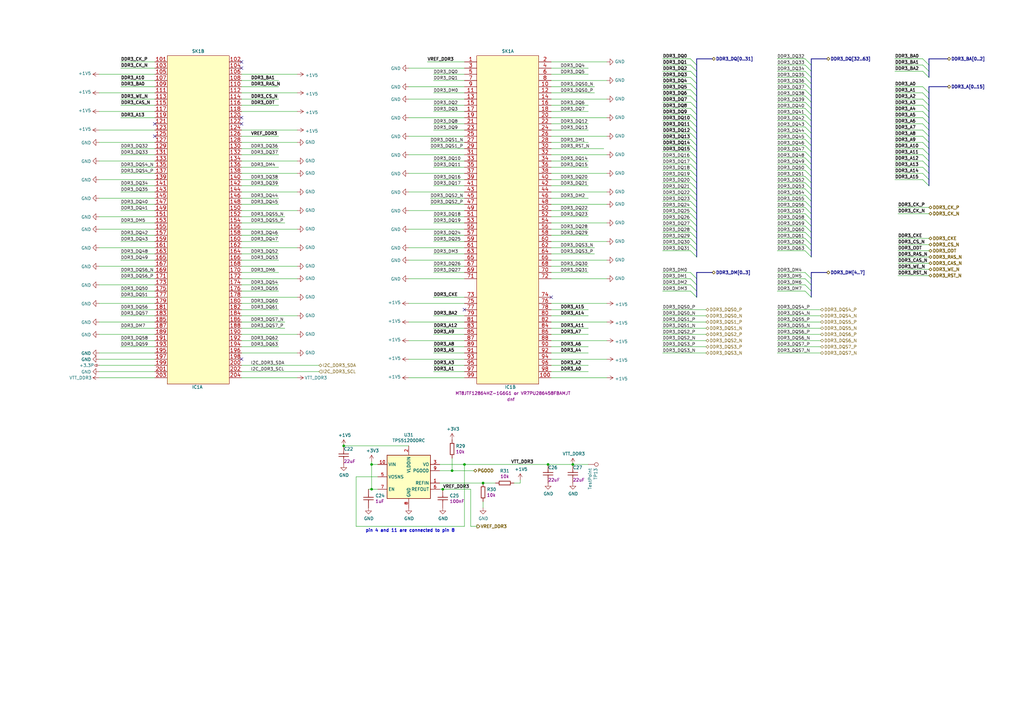
<source format=kicad_sch>
(kicad_sch (version 20211123) (generator eeschema)
  (paper "A3")
  (title_block (title "Marble") (date "2024-03-05") (rev "v1.4.2") (company "Michał Gąska / WUT") (comment 3 "DDR3 1GB"))
  (junction (at 152.4 190.5))
  (junction (at 185.42 193.04))
  (junction (at 234.95 190.5))
  (junction (at 224.79 190.5))
  (junction (at 198.12 198.12))
  (junction (at 152.4 200.66))
  (junction (at 181.61 200.66))
  (junction (at 190.5 190.5))
  (junction (at 140.97 182.88))
  (no_connect (at 226.06 121.92))
  (no_connect (at 99.06 27.94))
  (no_connect (at 190.5 127))
  (no_connect (at 99.06 25.4))
  (no_connect (at 99.06 48.26))
  (no_connect (at 99.06 50.8))
  (no_connect (at 63.5 55.88))
  (no_connect (at 63.5 50.8))
  (no_connect (at 99.06 147.32))
  (bus_entry (at 332.74 64.77) (size -2.54 -2.54))
  (bus_entry (at 285.75 97.79) (size -2.54 -2.54))
  (bus_entry (at 378.46 53.34) (size 2.54 2.54))
  (bus_entry (at 378.46 66.04) (size 2.54 2.54))
  (bus_entry (at 378.46 48.26) (size 2.54 2.54))
  (bus_entry (at 332.74 41.91) (size -2.54 -2.54))
  (bus_entry (at 332.74 114.3) (size -2.54 -2.54))
  (bus_entry (at 332.74 87.63) (size -2.54 -2.54))
  (bus_entry (at 378.46 63.5) (size 2.54 2.54))
  (bus_entry (at 378.46 60.96) (size 2.54 2.54))
  (bus_entry (at 332.74 105.41) (size -2.54 -2.54))
  (bus_entry (at 285.75 67.31) (size -2.54 -2.54))
  (bus_entry (at 332.74 72.39) (size -2.54 -2.54))
  (bus_entry (at 285.75 57.15) (size -2.54 -2.54))
  (bus_entry (at 332.74 34.29) (size -2.54 -2.54))
  (bus_entry (at 332.74 62.23) (size -2.54 -2.54))
  (bus_entry (at 285.75 121.92) (size -2.54 -2.54))
  (bus_entry (at 332.74 77.47) (size -2.54 -2.54))
  (bus_entry (at 285.75 29.21) (size -2.54 -2.54))
  (bus_entry (at 285.75 44.45) (size -2.54 -2.54))
  (bus_entry (at 378.46 43.18) (size 2.54 2.54))
  (bus_entry (at 332.74 85.09) (size -2.54 -2.54))
  (bus_entry (at 285.75 49.53) (size -2.54 -2.54))
  (bus_entry (at 285.75 100.33) (size -2.54 -2.54))
  (bus_entry (at 332.74 74.93) (size -2.54 -2.54))
  (bus_entry (at 285.75 95.25) (size -2.54 -2.54))
  (bus_entry (at 378.46 40.64) (size 2.54 2.54))
  (bus_entry (at 285.75 52.07) (size -2.54 -2.54))
  (bus_entry (at 378.46 68.58) (size 2.54 2.54))
  (bus_entry (at 378.46 29.21) (size 2.54 2.54))
  (bus_entry (at 285.75 41.91) (size -2.54 -2.54))
  (bus_entry (at 332.74 121.92) (size -2.54 -2.54))
  (bus_entry (at 285.75 59.69) (size -2.54 -2.54))
  (bus_entry (at 285.75 72.39) (size -2.54 -2.54))
  (bus_entry (at 332.74 97.79) (size -2.54 -2.54))
  (bus_entry (at 285.75 105.41) (size -2.54 -2.54))
  (bus_entry (at 332.74 102.87) (size -2.54 -2.54))
  (bus_entry (at 285.75 36.83) (size -2.54 -2.54))
  (bus_entry (at 285.75 74.93) (size -2.54 -2.54))
  (bus_entry (at 332.74 26.67) (size -2.54 -2.54))
  (bus_entry (at 378.46 24.13) (size 2.54 2.54))
  (bus_entry (at 285.75 80.01) (size -2.54 -2.54))
  (bus_entry (at 285.75 39.37) (size -2.54 -2.54))
  (bus_entry (at 332.74 52.07) (size -2.54 -2.54))
  (bus_entry (at 285.75 31.75) (size -2.54 -2.54))
  (bus_entry (at 332.74 92.71) (size -2.54 -2.54))
  (bus_entry (at 285.75 77.47) (size -2.54 -2.54))
  (bus_entry (at 332.74 39.37) (size -2.54 -2.54))
  (bus_entry (at 378.46 26.67) (size 2.54 2.54))
  (bus_entry (at 285.75 87.63) (size -2.54 -2.54))
  (bus_entry (at 378.46 55.88) (size 2.54 2.54))
  (bus_entry (at 332.74 57.15) (size -2.54 -2.54))
  (bus_entry (at 285.75 119.38) (size -2.54 -2.54))
  (bus_entry (at 332.74 80.01) (size -2.54 -2.54))
  (bus_entry (at 332.74 46.99) (size -2.54 -2.54))
  (bus_entry (at 285.75 85.09) (size -2.54 -2.54))
  (bus_entry (at 332.74 49.53) (size -2.54 -2.54))
  (bus_entry (at 332.74 44.45) (size -2.54 -2.54))
  (bus_entry (at 332.74 90.17) (size -2.54 -2.54))
  (bus_entry (at 378.46 45.72) (size 2.54 2.54))
  (bus_entry (at 332.74 54.61) (size -2.54 -2.54))
  (bus_entry (at 378.46 50.8) (size 2.54 2.54))
  (bus_entry (at 285.75 54.61) (size -2.54 -2.54))
  (bus_entry (at 285.75 116.84) (size -2.54 -2.54))
  (bus_entry (at 378.46 35.56) (size 2.54 2.54))
  (bus_entry (at 378.46 71.12) (size 2.54 2.54))
  (bus_entry (at 285.75 62.23) (size -2.54 -2.54))
  (bus_entry (at 332.74 29.21) (size -2.54 -2.54))
  (bus_entry (at 285.75 82.55) (size -2.54 -2.54))
  (bus_entry (at 332.74 36.83) (size -2.54 -2.54))
  (bus_entry (at 285.75 114.3) (size -2.54 -2.54))
  (bus_entry (at 285.75 69.85) (size -2.54 -2.54))
  (bus_entry (at 332.74 116.84) (size -2.54 -2.54))
  (bus_entry (at 378.46 38.1) (size 2.54 2.54))
  (bus_entry (at 285.75 90.17) (size -2.54 -2.54))
  (bus_entry (at 332.74 82.55) (size -2.54 -2.54))
  (bus_entry (at 285.75 92.71) (size -2.54 -2.54))
  (bus_entry (at 285.75 46.99) (size -2.54 -2.54))
  (bus_entry (at 332.74 95.25) (size -2.54 -2.54))
  (bus_entry (at 332.74 59.69) (size -2.54 -2.54))
  (bus_entry (at 378.46 58.42) (size 2.54 2.54))
  (bus_entry (at 285.75 26.67) (size -2.54 -2.54))
  (bus_entry (at 285.75 34.29) (size -2.54 -2.54))
  (bus_entry (at 332.74 67.31) (size -2.54 -2.54))
  (bus_entry (at 332.74 31.75) (size -2.54 -2.54))
  (bus_entry (at 285.75 64.77) (size -2.54 -2.54))
  (bus_entry (at 285.75 102.87) (size -2.54 -2.54))
  (bus_entry (at 332.74 119.38) (size -2.54 -2.54))
  (bus_entry (at 332.74 100.33) (size -2.54 -2.54))
  (bus_entry (at 332.74 69.85) (size -2.54 -2.54))
  (bus_entry (at 378.46 73.66) (size 2.54 2.54))
  (wire (pts (xy 271.78 24.13) (xy 283.21 24.13)))
  (wire (pts (xy 177.8 33.02) (xy 190.5 33.02)))
  (wire (pts (xy 49.53 139.7) (xy 63.5 139.7)))
  (bus (pts (xy 332.74 72.39) (xy 332.74 74.93)))
  (wire (pts (xy 40.64 53.34) (xy 63.5 53.34)))
  (wire (pts (xy 367.03 48.26) (xy 378.46 48.26)))
  (wire (pts (xy 241.3 73.66) (xy 226.06 73.66)))
  (wire (pts (xy 318.77 57.15) (xy 330.2 57.15)))
  (wire (pts (xy 177.8 73.66) (xy 190.5 73.66)))
  (wire (pts (xy 177.8 121.92) (xy 190.5 121.92)))
  (wire (pts (xy 318.77 69.85) (xy 330.2 69.85)))
  (bus (pts (xy 285.75 87.63) (xy 285.75 90.17)))
  (bus (pts (xy 332.74 41.91) (xy 332.74 44.45)))
  (wire (pts (xy 130.81 149.86) (xy 99.06 149.86)))
  (wire (pts (xy 224.79 190.5) (xy 234.95 190.5)))
  (wire (pts (xy 271.78 69.85) (xy 283.21 69.85)))
  (bus (pts (xy 381 63.5) (xy 381 66.04)))
  (wire (pts (xy 49.53 78.74) (xy 63.5 78.74)))
  (wire (pts (xy 167.64 132.08) (xy 190.5 132.08)))
  (wire (pts (xy 167.64 124.46) (xy 190.5 124.46)))
  (wire (pts (xy 318.77 41.91) (xy 330.2 41.91)))
  (wire (pts (xy 177.8 38.1) (xy 190.5 38.1)))
  (bus (pts (xy 285.75 36.83) (xy 285.75 39.37)))
  (wire (pts (xy 114.3 63.5) (xy 99.06 63.5)))
  (wire (pts (xy 49.53 86.36) (xy 63.5 86.36)))
  (wire (pts (xy 243.84 104.14) (xy 226.06 104.14)))
  (wire (pts (xy 241.3 129.54) (xy 226.06 129.54)))
  (bus (pts (xy 381 58.42) (xy 381 60.96)))
  (wire (pts (xy 271.78 34.29) (xy 283.21 34.29)))
  (bus (pts (xy 285.75 72.39) (xy 285.75 74.93)))
  (bus (pts (xy 285.75 97.79) (xy 285.75 100.33)))
  (wire (pts (xy 40.64 147.32) (xy 63.5 147.32)))
  (bus (pts (xy 285.75 24.13) (xy 285.75 26.67)))
  (wire (pts (xy 226.06 78.74) (xy 248.92 78.74)))
  (bus (pts (xy 285.75 95.25) (xy 285.75 97.79)))
  (wire (pts (xy 241.3 81.28) (xy 226.06 81.28)))
  (wire (pts (xy 49.53 25.4) (xy 63.5 25.4)))
  (wire (pts (xy 318.77 139.7) (xy 336.55 139.7)))
  (bus (pts (xy 381 55.88) (xy 381 58.42)))
  (wire (pts (xy 318.77 59.69) (xy 330.2 59.69)))
  (wire (pts (xy 167.64 101.6) (xy 190.5 101.6)))
  (wire (pts (xy 271.78 114.3) (xy 283.21 114.3)))
  (bus (pts (xy 381 29.21) (xy 381 31.75)))
  (bus (pts (xy 332.74 44.45) (xy 332.74 46.99)))
  (wire (pts (xy 367.03 40.64) (xy 378.46 40.64)))
  (wire (pts (xy 234.95 190.5) (xy 241.3 190.5)))
  (wire (pts (xy 114.3 127) (xy 99.06 127)))
  (wire (pts (xy 271.78 49.53) (xy 283.21 49.53)))
  (wire (pts (xy 243.84 35.56) (xy 226.06 35.56)))
  (wire (pts (xy 49.53 114.3) (xy 63.5 114.3)))
  (wire (pts (xy 49.53 71.12) (xy 63.5 71.12)))
  (wire (pts (xy 180.34 198.12) (xy 198.12 198.12)))
  (wire (pts (xy 241.3 152.4) (xy 226.06 152.4)))
  (wire (pts (xy 241.3 53.34) (xy 226.06 53.34)))
  (bus (pts (xy 332.74 64.77) (xy 332.74 67.31)))
  (wire (pts (xy 318.77 49.53) (xy 330.2 49.53)))
  (wire (pts (xy 226.06 27.94) (xy 241.3 27.94)))
  (wire (pts (xy 154.94 200.66) (xy 152.4 200.66)))
  (bus (pts (xy 285.75 92.71) (xy 285.75 95.25)))
  (bus (pts (xy 285.75 74.93) (xy 285.75 77.47)))
  (wire (pts (xy 318.77 31.75) (xy 330.2 31.75)))
  (wire (pts (xy 368.3 87.63) (xy 381 87.63)))
  (bus (pts (xy 332.74 85.09) (xy 332.74 87.63)))
  (bus (pts (xy 332.74 39.37) (xy 332.74 41.91)))
  (bus (pts (xy 332.74 80.01) (xy 332.74 82.55)))
  (wire (pts (xy 114.3 33.02) (xy 99.06 33.02)))
  (wire (pts (xy 167.64 48.26) (xy 190.5 48.26)))
  (wire (pts (xy 40.64 149.86) (xy 63.5 149.86)))
  (wire (pts (xy 151.13 200.66) (xy 152.4 200.66)))
  (bus (pts (xy 381 24.13) (xy 388.62 24.13)))
  (wire (pts (xy 271.78 77.47) (xy 283.21 77.47)))
  (wire (pts (xy 271.78 144.78) (xy 289.56 144.78)))
  (wire (pts (xy 368.3 113.03) (xy 381 113.03)))
  (wire (pts (xy 367.03 50.8) (xy 378.46 50.8)))
  (wire (pts (xy 226.06 45.72) (xy 241.3 45.72)))
  (wire (pts (xy 49.53 35.56) (xy 63.5 35.56)))
  (wire (pts (xy 40.64 101.6) (xy 63.5 101.6)))
  (wire (pts (xy 226.06 63.5) (xy 248.92 63.5)))
  (wire (pts (xy 367.03 45.72) (xy 378.46 45.72)))
  (wire (pts (xy 271.78 57.15) (xy 283.21 57.15)))
  (wire (pts (xy 367.03 55.88) (xy 378.46 55.88)))
  (wire (pts (xy 177.8 91.44) (xy 190.5 91.44)))
  (wire (pts (xy 241.3 68.58) (xy 226.06 68.58)))
  (wire (pts (xy 99.06 78.74) (xy 121.92 78.74)))
  (bus (pts (xy 381 45.72) (xy 381 48.26)))
  (wire (pts (xy 99.06 121.92) (xy 121.92 121.92)))
  (wire (pts (xy 368.3 107.95) (xy 381 107.95)))
  (wire (pts (xy 114.3 96.52) (xy 99.06 96.52)))
  (bus (pts (xy 332.74 92.71) (xy 332.74 95.25)))
  (wire (pts (xy 336.55 134.62) (xy 318.77 134.62)))
  (wire (pts (xy 177.8 134.62) (xy 190.5 134.62)))
  (wire (pts (xy 40.64 124.46) (xy 63.5 124.46)))
  (wire (pts (xy 271.78 46.99) (xy 283.21 46.99)))
  (wire (pts (xy 226.06 43.18) (xy 241.3 43.18)))
  (wire (pts (xy 167.64 106.68) (xy 190.5 106.68)))
  (wire (pts (xy 318.77 95.25) (xy 330.2 95.25)))
  (wire (pts (xy 271.78 87.63) (xy 283.21 87.63)))
  (wire (pts (xy 49.53 127) (xy 63.5 127)))
  (bus (pts (xy 285.75 31.75) (xy 285.75 34.29)))
  (wire (pts (xy 271.78 82.55) (xy 283.21 82.55)))
  (wire (pts (xy 318.77 100.33) (xy 330.2 100.33)))
  (wire (pts (xy 99.06 58.42) (xy 121.92 58.42)))
  (wire (pts (xy 99.06 137.16) (xy 121.92 137.16)))
  (wire (pts (xy 40.64 30.48) (xy 63.5 30.48)))
  (bus (pts (xy 381 60.96) (xy 381 63.5)))
  (wire (pts (xy 367.03 63.5) (xy 378.46 63.5)))
  (bus (pts (xy 381 68.58) (xy 381 71.12)))
  (wire (pts (xy 49.53 111.76) (xy 63.5 111.76)))
  (wire (pts (xy 318.77 64.77) (xy 330.2 64.77)))
  (wire (pts (xy 99.06 109.22) (xy 121.92 109.22)))
  (wire (pts (xy 226.06 114.3) (xy 248.92 114.3)))
  (wire (pts (xy 226.06 91.44) (xy 248.92 91.44)))
  (wire (pts (xy 367.03 24.13) (xy 378.46 24.13)))
  (bus (pts (xy 332.74 116.84) (xy 332.74 119.38)))
  (wire (pts (xy 318.77 24.13) (xy 330.2 24.13)))
  (wire (pts (xy 271.78 62.23) (xy 283.21 62.23)))
  (wire (pts (xy 226.06 99.06) (xy 248.92 99.06)))
  (wire (pts (xy 49.53 40.64) (xy 63.5 40.64)))
  (wire (pts (xy 140.97 182.88) (xy 167.64 182.88)))
  (wire (pts (xy 114.3 60.96) (xy 99.06 60.96)))
  (wire (pts (xy 367.03 53.34) (xy 378.46 53.34)))
  (bus (pts (xy 285.75 49.53) (xy 285.75 52.07)))
  (wire (pts (xy 271.78 41.91) (xy 283.21 41.91)))
  (wire (pts (xy 49.53 129.54) (xy 63.5 129.54)))
  (wire (pts (xy 226.06 106.68) (xy 248.92 106.68)))
  (wire (pts (xy 114.3 73.66) (xy 99.06 73.66)))
  (bus (pts (xy 292.1 24.13) (xy 285.75 24.13)))
  (wire (pts (xy 99.06 93.98) (xy 121.92 93.98)))
  (wire (pts (xy 40.64 116.84) (xy 63.5 116.84)))
  (wire (pts (xy 40.64 137.16) (xy 63.5 137.16)))
  (bus (pts (xy 285.75 77.47) (xy 285.75 80.01)))
  (wire (pts (xy 271.78 100.33) (xy 283.21 100.33)))
  (wire (pts (xy 167.64 71.12) (xy 190.5 71.12)))
  (wire (pts (xy 40.64 38.1) (xy 63.5 38.1)))
  (wire (pts (xy 318.77 52.07) (xy 330.2 52.07)))
  (wire (pts (xy 114.3 104.14) (xy 99.06 104.14)))
  (wire (pts (xy 271.78 119.38) (xy 283.21 119.38)))
  (wire (pts (xy 99.06 144.78) (xy 121.92 144.78)))
  (wire (pts (xy 99.06 45.72) (xy 121.92 45.72)))
  (wire (pts (xy 175.26 25.4) (xy 190.5 25.4)))
  (wire (pts (xy 177.8 109.22) (xy 190.5 109.22)))
  (bus (pts (xy 332.74 102.87) (xy 332.74 105.41)))
  (bus (pts (xy 381 24.13) (xy 381 26.67)))
  (wire (pts (xy 40.64 154.94) (xy 63.5 154.94)))
  (wire (pts (xy 116.84 132.08) (xy 99.06 132.08)))
  (wire (pts (xy 367.03 71.12) (xy 378.46 71.12)))
  (wire (pts (xy 318.77 97.79) (xy 330.2 97.79)))
  (bus (pts (xy 381 66.04) (xy 381 68.58)))
  (wire (pts (xy 194.31 193.04) (xy 185.42 193.04)))
  (bus (pts (xy 339.09 111.76) (xy 332.74 111.76)))
  (wire (pts (xy 177.8 43.18) (xy 190.5 43.18)))
  (wire (pts (xy 271.78 102.87) (xy 283.21 102.87)))
  (bus (pts (xy 381 38.1) (xy 381 40.64)))
  (wire (pts (xy 198.12 205.74) (xy 198.12 208.28)))
  (wire (pts (xy 367.03 73.66) (xy 378.46 73.66)))
  (bus (pts (xy 332.74 100.33) (xy 332.74 102.87)))
  (bus (pts (xy 332.74 36.83) (xy 332.74 39.37)))
  (wire (pts (xy 167.64 147.32) (xy 190.5 147.32)))
  (bus (pts (xy 332.74 119.38) (xy 332.74 121.92)))
  (wire (pts (xy 318.77 92.71) (xy 330.2 92.71)))
  (bus (pts (xy 332.74 49.53) (xy 332.74 52.07)))
  (wire (pts (xy 226.06 40.64) (xy 248.92 40.64)))
  (wire (pts (xy 318.77 111.76) (xy 330.2 111.76)))
  (wire (pts (xy 271.78 116.84) (xy 283.21 116.84)))
  (bus (pts (xy 292.1 111.76) (xy 285.75 111.76)))
  (wire (pts (xy 176.53 60.96) (xy 190.5 60.96)))
  (wire (pts (xy 99.06 66.04) (xy 121.92 66.04)))
  (wire (pts (xy 99.06 38.1) (xy 121.92 38.1)))
  (wire (pts (xy 177.8 53.34) (xy 190.5 53.34)))
  (wire (pts (xy 241.3 149.86) (xy 226.06 149.86)))
  (bus (pts (xy 285.75 54.61) (xy 285.75 57.15)))
  (bus (pts (xy 285.75 82.55) (xy 285.75 85.09)))
  (wire (pts (xy 318.77 129.54) (xy 336.55 129.54)))
  (wire (pts (xy 241.3 111.76) (xy 226.06 111.76)))
  (bus (pts (xy 285.75 100.33) (xy 285.75 102.87)))
  (wire (pts (xy 271.78 139.7) (xy 289.56 139.7)))
  (wire (pts (xy 318.77 39.37) (xy 330.2 39.37)))
  (wire (pts (xy 271.78 44.45) (xy 283.21 44.45)))
  (wire (pts (xy 367.03 66.04) (xy 378.46 66.04)))
  (wire (pts (xy 193.04 215.9) (xy 195.58 215.9)))
  (wire (pts (xy 99.06 114.3) (xy 121.92 114.3)))
  (bus (pts (xy 332.74 69.85) (xy 332.74 72.39)))
  (wire (pts (xy 368.3 97.79) (xy 381 97.79)))
  (bus (pts (xy 285.75 67.31) (xy 285.75 69.85)))
  (wire (pts (xy 49.53 106.68) (xy 63.5 106.68)))
  (wire (pts (xy 241.3 66.04) (xy 226.06 66.04)))
  (wire (pts (xy 271.78 54.61) (xy 283.21 54.61)))
  (wire (pts (xy 213.36 198.12) (xy 210.82 198.12)))
  (wire (pts (xy 241.3 96.52) (xy 226.06 96.52)))
  (wire (pts (xy 177.8 68.58) (xy 190.5 68.58)))
  (wire (pts (xy 99.06 30.48) (xy 121.92 30.48)))
  (bus (pts (xy 332.74 62.23) (xy 332.74 64.77)))
  (wire (pts (xy 226.06 139.7) (xy 248.92 139.7)))
  (wire (pts (xy 116.84 134.62) (xy 99.06 134.62)))
  (wire (pts (xy 40.64 58.42) (xy 63.5 58.42)))
  (wire (pts (xy 177.8 99.06) (xy 190.5 99.06)))
  (wire (pts (xy 177.8 104.14) (xy 190.5 104.14)))
  (wire (pts (xy 271.78 132.08) (xy 289.56 132.08)))
  (wire (pts (xy 193.04 200.66) (xy 193.04 215.9)))
  (wire (pts (xy 190.5 190.5) (xy 180.34 190.5)))
  (bus (pts (xy 285.75 52.07) (xy 285.75 54.61)))
  (wire (pts (xy 99.06 55.88) (xy 114.3 55.88)))
  (wire (pts (xy 271.78 59.69) (xy 283.21 59.69)))
  (wire (pts (xy 177.8 142.24) (xy 190.5 142.24)))
  (wire (pts (xy 177.8 30.48) (xy 190.5 30.48)))
  (wire (pts (xy 180.34 193.04) (xy 185.42 193.04)))
  (bus (pts (xy 332.74 87.63) (xy 332.74 90.17)))
  (wire (pts (xy 49.53 121.92) (xy 63.5 121.92)))
  (bus (pts (xy 285.75 46.99) (xy 285.75 49.53)))
  (wire (pts (xy 336.55 132.08) (xy 318.77 132.08)))
  (wire (pts (xy 271.78 39.37) (xy 283.21 39.37)))
  (bus (pts (xy 285.75 114.3) (xy 285.75 116.84)))
  (wire (pts (xy 226.06 132.08) (xy 248.92 132.08)))
  (wire (pts (xy 367.03 43.18) (xy 378.46 43.18)))
  (wire (pts (xy 180.34 200.66) (xy 181.61 200.66)))
  (wire (pts (xy 271.78 52.07) (xy 283.21 52.07)))
  (wire (pts (xy 49.53 96.52) (xy 63.5 96.52)))
  (wire (pts (xy 226.06 25.4) (xy 248.92 25.4)))
  (wire (pts (xy 114.3 116.84) (xy 99.06 116.84)))
  (wire (pts (xy 226.06 124.46) (xy 248.92 124.46)))
  (wire (pts (xy 271.78 29.21) (xy 283.21 29.21)))
  (wire (pts (xy 167.64 93.98) (xy 190.5 93.98)))
  (wire (pts (xy 368.3 100.33) (xy 381 100.33)))
  (bus (pts (xy 285.75 80.01) (xy 285.75 82.55)))
  (wire (pts (xy 318.77 67.31) (xy 330.2 67.31)))
  (wire (pts (xy 99.06 101.6) (xy 121.92 101.6)))
  (wire (pts (xy 40.64 66.04) (xy 63.5 66.04)))
  (wire (pts (xy 167.64 154.94) (xy 190.5 154.94)))
  (wire (pts (xy 49.53 104.14) (xy 63.5 104.14)))
  (wire (pts (xy 271.78 95.25) (xy 283.21 95.25)))
  (wire (pts (xy 226.06 71.12) (xy 248.92 71.12)))
  (wire (pts (xy 367.03 68.58) (xy 378.46 68.58)))
  (wire (pts (xy 146.05 215.9) (xy 190.5 215.9)))
  (wire (pts (xy 198.12 198.12) (xy 203.2 198.12)))
  (wire (pts (xy 271.78 85.09) (xy 283.21 85.09)))
  (bus (pts (xy 332.74 26.67) (xy 332.74 29.21)))
  (bus (pts (xy 285.75 102.87) (xy 285.75 105.41)))
  (wire (pts (xy 367.03 38.1) (xy 378.46 38.1)))
  (bus (pts (xy 285.75 90.17) (xy 285.75 92.71)))
  (bus (pts (xy 332.74 77.47) (xy 332.74 80.01)))
  (wire (pts (xy 167.64 35.56) (xy 190.5 35.56)))
  (bus (pts (xy 285.75 39.37) (xy 285.75 41.91)))
  (wire (pts (xy 167.64 114.3) (xy 190.5 114.3)))
  (wire (pts (xy 318.77 74.93) (xy 330.2 74.93)))
  (wire (pts (xy 49.53 91.44) (xy 63.5 91.44)))
  (bus (pts (xy 381 53.34) (xy 381 55.88)))
  (wire (pts (xy 318.77 29.21) (xy 330.2 29.21)))
  (wire (pts (xy 318.77 82.55) (xy 330.2 82.55)))
  (wire (pts (xy 318.77 80.01) (xy 330.2 80.01)))
  (bus (pts (xy 332.74 82.55) (xy 332.74 85.09)))
  (wire (pts (xy 177.8 152.4) (xy 190.5 152.4)))
  (wire (pts (xy 241.3 142.24) (xy 226.06 142.24)))
  (bus (pts (xy 381 43.18) (xy 381 45.72)))
  (wire (pts (xy 49.53 83.82) (xy 63.5 83.82)))
  (wire (pts (xy 318.77 77.47) (xy 330.2 77.47)))
  (wire (pts (xy 271.78 97.79) (xy 283.21 97.79)))
  (bus (pts (xy 381 48.26) (xy 381 50.8)))
  (wire (pts (xy 241.3 58.42) (xy 226.06 58.42)))
  (bus (pts (xy 339.09 24.13) (xy 332.74 24.13)))
  (wire (pts (xy 176.53 83.82) (xy 190.5 83.82)))
  (wire (pts (xy 241.3 93.98) (xy 226.06 93.98)))
  (bus (pts (xy 332.74 46.99) (xy 332.74 49.53)))
  (wire (pts (xy 114.3 76.2) (xy 99.06 76.2)))
  (bus (pts (xy 285.75 85.09) (xy 285.75 87.63)))
  (wire (pts (xy 368.3 102.87) (xy 381 102.87)))
  (wire (pts (xy 114.3 81.28) (xy 99.06 81.28)))
  (wire (pts (xy 49.53 119.38) (xy 63.5 119.38)))
  (wire (pts (xy 271.78 142.24) (xy 289.56 142.24)))
  (bus (pts (xy 332.74 52.07) (xy 332.74 54.61)))
  (wire (pts (xy 318.77 36.83) (xy 330.2 36.83)))
  (wire (pts (xy 271.78 36.83) (xy 283.21 36.83)))
  (bus (pts (xy 332.74 95.25) (xy 332.74 97.79)))
  (wire (pts (xy 49.53 60.96) (xy 63.5 60.96)))
  (bus (pts (xy 381 73.66) (xy 381 76.2)))
  (wire (pts (xy 177.8 45.72) (xy 190.5 45.72)))
  (wire (pts (xy 114.3 68.58) (xy 99.06 68.58)))
  (wire (pts (xy 226.06 83.82) (xy 248.92 83.82)))
  (bus (pts (xy 285.75 26.67) (xy 285.75 29.21)))
  (bus (pts (xy 285.75 34.29) (xy 285.75 36.83)))
  (wire (pts (xy 367.03 35.56) (xy 378.46 35.56)))
  (wire (pts (xy 176.53 58.42) (xy 190.5 58.42)))
  (wire (pts (xy 241.3 88.9) (xy 226.06 88.9)))
  (wire (pts (xy 114.3 142.24) (xy 99.06 142.24)))
  (bus (pts (xy 332.74 74.93) (xy 332.74 77.47)))
  (wire (pts (xy 367.03 26.67) (xy 378.46 26.67)))
  (wire (pts (xy 99.06 86.36) (xy 121.92 86.36)))
  (bus (pts (xy 381 71.12) (xy 381 73.66)))
  (wire (pts (xy 318.77 137.16) (xy 336.55 137.16)))
  (bus (pts (xy 332.74 90.17) (xy 332.74 92.71)))
  (wire (pts (xy 167.64 27.94) (xy 190.5 27.94)))
  (wire (pts (xy 318.77 102.87) (xy 330.2 102.87)))
  (wire (pts (xy 271.78 137.16) (xy 289.56 137.16)))
  (bus (pts (xy 285.75 29.21) (xy 285.75 31.75)))
  (bus (pts (xy 285.75 44.45) (xy 285.75 46.99)))
  (wire (pts (xy 40.64 152.4) (xy 63.5 152.4)))
  (wire (pts (xy 177.8 50.8) (xy 190.5 50.8)))
  (wire (pts (xy 177.8 144.78) (xy 190.5 144.78)))
  (wire (pts (xy 167.64 40.64) (xy 190.5 40.64)))
  (wire (pts (xy 177.8 111.76) (xy 190.5 111.76)))
  (wire (pts (xy 226.06 55.88) (xy 248.92 55.88)))
  (wire (pts (xy 271.78 80.01) (xy 283.21 80.01)))
  (wire (pts (xy 271.78 127) (xy 289.56 127)))
  (bus (pts (xy 381 35.56) (xy 381 38.1)))
  (wire (pts (xy 318.77 87.63) (xy 330.2 87.63)))
  (wire (pts (xy 49.53 99.06) (xy 63.5 99.06)))
  (wire (pts (xy 241.3 137.16) (xy 226.06 137.16)))
  (wire (pts (xy 241.3 144.78) (xy 226.06 144.78)))
  (wire (pts (xy 152.4 190.5) (xy 154.94 190.5)))
  (wire (pts (xy 177.8 88.9) (xy 190.5 88.9)))
  (wire (pts (xy 226.06 33.02) (xy 248.92 33.02)))
  (wire (pts (xy 177.8 96.52) (xy 190.5 96.52)))
  (wire (pts (xy 367.03 58.42) (xy 378.46 58.42)))
  (wire (pts (xy 49.53 134.62) (xy 63.5 134.62)))
  (bus (pts (xy 285.75 69.85) (xy 285.75 72.39)))
  (wire (pts (xy 49.53 48.26) (xy 63.5 48.26)))
  (bus (pts (xy 388.62 35.56) (xy 381 35.56)))
  (wire (pts (xy 152.4 200.66) (xy 152.4 190.5)))
  (wire (pts (xy 49.53 43.18) (xy 63.5 43.18)))
  (wire (pts (xy 318.77 62.23) (xy 330.2 62.23)))
  (wire (pts (xy 318.77 114.3) (xy 330.2 114.3)))
  (wire (pts (xy 99.06 71.12) (xy 121.92 71.12)))
  (wire (pts (xy 99.06 154.94) (xy 121.92 154.94)))
  (wire (pts (xy 167.64 63.5) (xy 190.5 63.5)))
  (wire (pts (xy 177.8 129.54) (xy 190.5 129.54)))
  (wire (pts (xy 114.3 40.64) (xy 99.06 40.64)))
  (wire (pts (xy 271.78 31.75) (xy 283.21 31.75)))
  (wire (pts (xy 49.53 142.24) (xy 63.5 142.24)))
  (wire (pts (xy 190.5 190.5) (xy 224.79 190.5)))
  (wire (pts (xy 114.3 43.18) (xy 99.06 43.18)))
  (bus (pts (xy 332.74 24.13) (xy 332.74 26.67)))
  (wire (pts (xy 40.64 45.72) (xy 63.5 45.72)))
  (bus (pts (xy 285.75 59.69) (xy 285.75 62.23)))
  (wire (pts (xy 40.64 109.22) (xy 63.5 109.22)))
  (wire (pts (xy 114.3 119.38) (xy 99.06 119.38)))
  (wire (pts (xy 177.8 137.16) (xy 190.5 137.16)))
  (wire (pts (xy 146.05 195.58) (xy 146.05 215.9)))
  (wire (pts (xy 247.65 60.96) (xy 226.06 60.96)))
  (wire (pts (xy 271.78 74.93) (xy 283.21 74.93)))
  (wire (pts (xy 271.78 64.77) (xy 283.21 64.77)))
  (bus (pts (xy 381 50.8) (xy 381 53.34)))
  (bus (pts (xy 332.74 114.3) (xy 332.74 116.84)))
  (wire (pts (xy 318.77 116.84) (xy 330.2 116.84)))
  (wire (pts (xy 367.03 60.96) (xy 378.46 60.96)))
  (bus (pts (xy 285.75 64.77) (xy 285.75 67.31)))
  (wire (pts (xy 318.77 54.61) (xy 330.2 54.61)))
  (wire (pts (xy 226.06 48.26) (xy 248.92 48.26)))
  (wire (pts (xy 99.06 152.4) (xy 130.81 152.4)))
  (wire (pts (xy 40.64 93.98) (xy 63.5 93.98)))
  (wire (pts (xy 114.3 106.68) (xy 99.06 106.68)))
  (bus (pts (xy 332.74 67.31) (xy 332.74 69.85)))
  (wire (pts (xy 114.3 111.76) (xy 99.06 111.76)))
  (bus (pts (xy 332.74 31.75) (xy 332.74 34.29)))
  (wire (pts (xy 116.84 91.44) (xy 99.06 91.44)))
  (wire (pts (xy 114.3 99.06) (xy 99.06 99.06)))
  (bus (pts (xy 381 40.64) (xy 381 43.18)))
  (wire (pts (xy 243.84 101.6) (xy 226.06 101.6)))
  (bus (pts (xy 332.74 57.15) (xy 332.74 59.69)))
  (wire (pts (xy 226.06 154.94) (xy 248.92 154.94)))
  (bus (pts (xy 381 26.67) (xy 381 29.21)))
  (wire (pts (xy 177.8 76.2) (xy 190.5 76.2)))
  (wire (pts (xy 271.78 67.31) (xy 283.21 67.31)))
  (wire (pts (xy 271.78 134.62) (xy 289.56 134.62)))
  (bus (pts (xy 332.74 97.79) (xy 332.74 100.33)))
  (bus (pts (xy 285.75 62.23) (xy 285.75 64.77)))
  (wire (pts (xy 185.42 187.96) (xy 185.42 193.04)))
  (wire (pts (xy 241.3 109.22) (xy 226.06 109.22)))
  (wire (pts (xy 181.61 200.66) (xy 193.04 200.66)))
  (wire (pts (xy 336.55 144.78) (xy 318.77 144.78)))
  (wire (pts (xy 167.64 86.36) (xy 190.5 86.36)))
  (bus (pts (xy 285.75 111.76) (xy 285.75 114.3)))
  (wire (pts (xy 367.03 29.21) (xy 378.46 29.21)))
  (bus (pts (xy 332.74 54.61) (xy 332.74 57.15)))
  (wire (pts (xy 318.77 34.29) (xy 330.2 34.29)))
  (wire (pts (xy 99.06 129.54) (xy 121.92 129.54)))
  (wire (pts (xy 49.53 68.58) (xy 63.5 68.58)))
  (wire (pts (xy 49.53 76.2) (xy 63.5 76.2)))
  (wire (pts (xy 154.94 195.58) (xy 146.05 195.58)))
  (wire (pts (xy 318.77 46.99) (xy 330.2 46.99)))
  (wire (pts (xy 318.77 127) (xy 336.55 127)))
  (wire (pts (xy 368.3 105.41) (xy 381 105.41)))
  (wire (pts (xy 177.8 66.04) (xy 190.5 66.04)))
  (wire (pts (xy 241.3 50.8) (xy 226.06 50.8)))
  (wire (pts (xy 40.64 81.28) (xy 63.5 81.28)))
  (wire (pts (xy 40.64 144.78) (xy 63.5 144.78)))
  (wire (pts (xy 368.3 85.09) (xy 381 85.09)))
  (wire (pts (xy 241.3 76.2) (xy 226.06 76.2)))
  (wire (pts (xy 368.3 110.49) (xy 381 110.49)))
  (wire (pts (xy 190.5 215.9) (xy 190.5 190.5)))
  (wire (pts (xy 40.64 132.08) (xy 63.5 132.08)))
  (wire (pts (xy 241.3 127) (xy 226.06 127)))
  (wire (pts (xy 116.84 88.9) (xy 99.06 88.9)))
  (wire (pts (xy 167.64 55.88) (xy 190.5 55.88)))
  (bus (pts (xy 332.74 111.76) (xy 332.74 114.3)))
  (wire (pts (xy 167.64 139.7) (xy 190.5 139.7)))
  (wire (pts (xy 167.64 78.74) (xy 190.5 78.74)))
  (wire (pts (xy 271.78 72.39) (xy 283.21 72.39)))
  (wire (pts (xy 271.78 111.76) (xy 283.21 111.76)))
  (wire (pts (xy 318.77 44.45) (xy 330.2 44.45)))
  (bus (pts (xy 285.75 119.38) (xy 285.75 121.92)))
  (wire (pts (xy 152.4 189.23) (xy 152.4 190.5)))
  (wire (pts (xy 176.53 81.28) (xy 190.5 81.28)))
  (bus (pts (xy 332.74 34.29) (xy 332.74 36.83)))
  (wire (pts (xy 318.77 119.38) (xy 330.2 119.38)))
  (wire (pts (xy 40.64 88.9) (xy 63.5 88.9)))
  (bus (pts (xy 332.74 29.21) (xy 332.74 31.75)))
  (wire (pts (xy 49.53 27.94) (xy 63.5 27.94)))
  (wire (pts (xy 213.36 196.85) (xy 213.36 198.12)))
  (wire (pts (xy 243.84 38.1) (xy 226.06 38.1)))
  (bus (pts (xy 332.74 59.69) (xy 332.74 62.23)))
  (wire (pts (xy 226.06 30.48) (xy 241.3 30.48)))
  (bus (pts (xy 285.75 41.91) (xy 285.75 44.45)))
  (wire (pts (xy 318.77 26.67) (xy 330.2 26.67)))
  (wire (pts (xy 114.3 83.82) (xy 99.06 83.82)))
  (bus (pts (xy 285.75 57.15) (xy 285.75 59.69)))
  (wire (pts (xy 49.53 33.02) (xy 63.5 33.02)))
  (wire (pts (xy 114.3 35.56) (xy 99.06 35.56)))
  (wire (pts (xy 336.55 142.24) (xy 318.77 142.24)))
  (wire (pts (xy 318.77 90.17) (xy 330.2 90.17)))
  (wire (pts (xy 40.64 73.66) (xy 63.5 73.66)))
  (wire (pts (xy 318.77 72.39) (xy 330.2 72.39)))
  (wire (pts (xy 271.78 129.54) (xy 289.56 129.54)))
  (wire (pts (xy 241.3 134.62) (xy 226.06 134.62)))
  (wire (pts (xy 49.53 63.5) (xy 63.5 63.5)))
  (wire (pts (xy 114.3 124.46) (xy 99.06 124.46)))
  (bus (pts (xy 285.75 116.84) (xy 285.75 119.38)))
  (wire (pts (xy 318.77 85.09) (xy 330.2 85.09)))
  (wire (pts (xy 271.78 90.17) (xy 283.21 90.17)))
  (wire (pts (xy 271.78 26.67) (xy 283.21 26.67)))
  (wire (pts (xy 271.78 92.71) (xy 283.21 92.71)))
  (wire (pts (xy 226.06 147.32) (xy 248.92 147.32)))
  (wire (pts (xy 114.3 139.7) (xy 99.06 139.7)))
  (wire (pts (xy 241.3 86.36) (xy 226.06 86.36)))
  (wire (pts (xy 99.06 53.34) (xy 121.92 53.34)))
  (wire (pts (xy 177.8 149.86) (xy 190.5 149.86)))
  (text "pin 4 and 11 are connected to pin 8" (at 149.86 218.44 0) (effects (font (size 1.27 1.27) (thickness 0.254) bold) (justify left bottom)))
  (label "DDR3_DQ30" (at 229.87 109.22 0))
  (label "DDR3_DM6" (at 102.87 111.76 0))
  (label "DDR3_DQ27" (at 271.78 92.71 0))
  (label "DDR3_DM3" (at 177.8 104.14 0))
  (label "DDR3_DQS6_N" (at 49.53 111.76 0))
  (label "DDR3_DQ20" (at 229.87 73.66 0))
  (label "VREF_DDR3" (at 181.61 200.66 0) (effects (font (thickness 0.254) bold)))
  (label "DDR3_A10" (at 367.03 60.96 0) (effects (font (thickness 0.254) bold)))
  (label "DDR3_DQS6_P" (at 49.53 114.3 0))
  (label "DDR3_A14" (at 229.87 129.54 0) (effects (font (thickness 0.254) bold)))
  (label "DDR3_DQ2" (at 177.8 43.18 0))
  (label "DDR3_DQ52" (at 102.87 104.14 0))
  (label "DDR3_A4" (at 367.03 45.72 0) (effects (font (thickness 0.254) bold)))
  (label "DDR3_DQ51" (at 49.53 121.92 0))
  (label "DDR3_DQ60" (at 318.77 95.25 0))
  (label "DDR3_DM4" (at 318.77 111.76 0))
  (label "DDR3_A0" (at 367.03 35.56 0) (effects (font (thickness 0.254) bold)))
  (label "DDR3_DQ59" (at 49.53 142.24 0))
  (label "DDR3_A8" (at 367.03 55.88 0) (effects (font (thickness 0.254) bold)))
  (label "DDR3_DQ51" (at 318.77 72.39 0))
  (label "DDR3_DQ46" (at 102.87 96.52 0))
  (label "DDR3_DQ21" (at 271.78 77.47 0))
  (label "DDR3_DQS0_N" (at 229.87 35.56 0))
  (label "DDR3_CK_P" (at 49.53 25.4 0) (effects (font (thickness 0.254) bold)))
  (label "DDR3_DM4" (at 102.87 68.58 0))
  (label "DDR3_DQ41" (at 49.53 86.36 0))
  (label "DDR3_DM2" (at 271.78 116.84 0))
  (label "DDR3_DQ36" (at 318.77 34.29 0))
  (label "DDR3_DM7" (at 318.77 119.38 0))
  (label "DDR3_DQ34" (at 318.77 29.21 0))
  (label "DDR3_DQS1_P" (at 271.78 132.08 0))
  (label "DDR3_DQ46" (at 318.77 59.69 0))
  (label "DDR3_DQ53" (at 102.87 106.68 0))
  (label "DDR3_DQS1_N" (at 176.53 58.42 0))
  (label "DDR3_DQ56" (at 49.53 127 0))
  (label "DDR3_DQ6" (at 271.78 39.37 0) (effects (font (thickness 0.254) bold)))
  (label "DDR3_DQ26" (at 177.8 109.22 0))
  (label "DDR3_DQ11" (at 177.8 68.58 0))
  (label "DDR3_DQ18" (at 177.8 88.9 0))
  (label "DDR3_CKE" (at 177.8 121.92 0) (effects (font (thickness 0.254) bold)))
  (label "DDR3_DQ31" (at 229.87 111.76 0))
  (label "DDR3_DQ30" (at 271.78 100.33 0))
  (label "DDR3_DQS0_N" (at 271.78 129.54 0))
  (label "DDR3_A12" (at 177.8 134.62 0) (effects (font (thickness 0.254) bold)))
  (label "DDR3_DQ35" (at 318.77 31.75 0))
  (label "DDR3_A7" (at 367.03 53.34 0) (effects (font (thickness 0.254) bold)))
  (label "DDR3_DQ27" (at 177.8 111.76 0))
  (label "DDR3_DQ14" (at 271.78 59.69 0) (effects (font (thickness 0.254) bold)))
  (label "DDR3_CAS_N" (at 368.3 107.95 0) (effects (font (thickness 0.254) bold)))
  (label "DDR3_DQ55" (at 102.87 119.38 0))
  (label "DDR3_DQS5_N" (at 318.77 134.62 0))
  (label "DDR3_DQ1" (at 177.8 33.02 0))
  (label "DDR3_A13" (at 367.03 68.58 0) (effects (font (thickness 0.254) bold)))
  (label "DDR3_DQ0" (at 271.78 24.13 0) (effects (font (thickness 0.254) bold)))
  (label "DDR3_DQ58" (at 318.77 90.17 0))
  (label "DDR3_A2" (at 367.03 40.64 0) (effects (font (thickness 0.254) bold)))
  (label "DDR3_DQ28" (at 271.78 95.25 0))
  (label "DDR3_DQ23" (at 229.87 88.9 0))
  (label "DDR3_DQ24" (at 177.8 96.52 0))
  (label "DDR3_DQ10" (at 177.8 66.04 0))
  (label "DDR3_DQS0_P" (at 229.87 38.1 0))
  (label "VREF_DDR3" (at 175.26 25.4 0) (effects (font (thickness 0.254) bold)))
  (label "DDR3_DQ40" (at 318.77 44.45 0))
  (label "DDR3_A15" (at 229.87 127 0) (effects (font (thickness 0.254) bold)))
  (label "DDR3_RST_N" (at 229.87 60.96 0))
  (label "I2C_DDR3_SDA" (at 102.87 149.86 0))
  (label "DDR3_DM5" (at 49.53 91.44 0))
  (label "DDR3_DQ3" (at 177.8 45.72 0))
  (label "DDR3_DQ56" (at 318.77 85.09 0))
  (label "DDR3_DQ1" (at 271.78 26.67 0) (effects (font (thickness 0.254) bold)))
  (label "DDR3_DQ33" (at 49.53 63.5 0))
  (label "DDR3_DQ50" (at 318.77 69.85 0))
  (label "DDR3_DQ18" (at 271.78 69.85 0))
  (label "DDR3_DQS1_P" (at 176.53 60.96 0))
  (label "DDR3_DQ43" (at 49.53 99.06 0))
  (label "DDR3_DQ17" (at 177.8 76.2 0))
  (label "DDR3_DM5" (at 318.77 114.3 0))
  (label "DDR3_A9" (at 177.8 137.16 0) (effects (font (thickness 0.254) bold)))
  (label "DDR3_DQ25" (at 271.78 87.63 0))
  (label "DDR3_ODT" (at 102.87 43.18 0) (effects (font (thickness 0.254) bold)))
  (label "DDR3_DQ31" (at 271.78 102.87 0))
  (label "DDR3_DQS5_N" (at 102.87 88.9 0))
  (label "DDR3_DQ28" (at 229.87 93.98 0))
  (label "DDR3_DQ3" (at 271.78 31.75 0) (effects (font (thickness 0.254) bold)))
  (label "DDR3_DQ25" (at 177.8 99.06 0))
  (label "DDR3_BA2" (at 177.8 129.54 0) (effects (font (thickness 0.254) bold)))
  (label "DDR3_DQS4_P" (at 318.77 127 0))
  (label "DDR3_DQ61" (at 318.77 97.79 0))
  (label "DDR3_DQ17" (at 271.78 67.31 0))
  (label "DDR3_DQ22" (at 271.78 80.01 0))
  (label "VREF_DDR3" (at 102.87 55.88 0) (effects (font (thickness 0.254) bold)))
  (label "DDR3_DQS4_N" (at 49.53 68.58 0))
  (label "DDR3_DQ42" (at 318.77 49.53 0))
  (label "DDR3_DM1" (at 229.87 58.42 0))
  (label "DDR3_DQS4_P" (at 49.53 71.12 0))
  (label "DDR3_DQ8" (at 271.78 44.45 0) (effects (font (thickness 0.254) bold)))
  (label "DDR3_DQ19" (at 271.78 72.39 0))
  (label "DDR3_A6" (at 229.87 142.24 0) (effects (font (thickness 0.254) bold)))
  (label "DDR3_DQ43" (at 318.77 52.07 0))
  (label "DDR3_DQ5" (at 271.78 36.83 0) (effects (font (thickness 0.254) bold)))
  (label "DDR3_DM7" (at 49.53 134.62 0))
  (label "DDR3_DQ16" (at 177.8 73.66 0))
  (label "DDR3_DQS2_N" (at 271.78 139.7 0))
  (label "DDR3_ODT" (at 368.3 102.87 0) (effects (font (thickness 0.254) bold)))
  (label "DDR3_DQ11" (at 271.78 52.07 0) (effects (font (thickness 0.254) bold)))
  (label "DDR3_RAS_N" (at 368.3 105.41 0) (effects (font (thickness 0.254) bold)))
  (label "DDR3_DQ9" (at 271.78 46.99 0) (effects (font (thickness 0.254) bold)))
  (label "DDR3_DQ12" (at 271.78 54.61 0) (effects (font (thickness 0.254) bold)))
  (label "DDR3_A15" (at 367.03 73.66 0) (effects (font (thickness 0.254) bold)))
  (label "DDR3_DQ62" (at 102.87 139.7 0))
  (label "DDR3_A4" (at 229.87 144.78 0) (effects (font (thickness 0.254) bold)))
  (label "DDR3_DQ45" (at 318.77 57.15 0))
  (label "DDR3_DQS1_N" (at 271.78 134.62 0))
  (label "DDR3_WE_N" (at 49.53 40.64 0) (effects (font (thickness 0.254) bold)))
  (label "DDR3_RAS_N" (at 102.87 35.56 0) (effects (font (thickness 0.254) bold)))
  (label "DDR3_DQS3_P" (at 229.87 104.14 0))
  (label "DDR3_DQ38" (at 318.77 39.37 0))
  (label "DDR3_DM6" (at 318.77 116.84 0))
  (label "DDR3_BA0" (at 367.03 24.13 0) (effects (font (thickness 0.254) bold)))
  (label "DDR3_DQ20" (at 271.78 74.93 0))
  (label "DDR3_DQ15" (at 271.78 62.23 0) (effects (font (thickness 0.254) bold)))
  (label "DDR3_DQ14" (at 229.87 66.04 0))
  (label "DDR3_DQ34" (at 49.53 76.2 0))
  (label "DDR3_A5" (at 177.8 144.78 0) (effects (font (thickness 0.254) bold)))
  (label "DDR3_A13" (at 49.53 48.26 0) (effects (font (thickness 0.254) bold)))
  (label "DDR3_DQ47" (at 318.77 62.23 0))
  (label "DDR3_DQ13" (at 229.87 53.34 0))
  (label "DDR3_DQ5" (at 229.87 30.48 0))
  (label "DDR3_CK_N" (at 368.3 87.63 0) (effects (font (thickness 0.254) bold)))
  (label "DDR3_DQ57" (at 49.53 129.54 0))
  (label "DDR3_A11" (at 229.87 134.62 0) (effects (font (thickness 0.254) bold)))
  (label "DDR3_DQ59" (at 318.77 92.71 0))
  (label "DDR3_DQ62" (at 318.77 100.33 0))
  (label "DDR3_DM0" (at 271.78 111.76 0))
  (label "DDR3_DQ29" (at 271.78 97.79 0))
  (label "DDR3_DQ37" (at 318.77 36.83 0))
  (label "DDR3_RST_N" (at 368.3 113.03 0) (effects (font (thickness 0.254) bold)))
  (label "DDR3_A1" (at 367.03 38.1 0) (effects (font (thickness 0.254) bold)))
  (label "DDR3_DQS3_N" (at 271.78 144.78 0))
  (label "DDR3_DQ49" (at 49.53 106.68 0))
  (label "DDR3_DQ7" (at 229.87 45.72 0))
  (label "DDR3_A5" (at 367.03 48.26 0) (effects (font (thickness 0.254) bold)))
  (label "DDR3_DQ55" (at 318.77 82.55 0))
  (label "DDR3_DQ24" (at 271.78 85.09 0))
  (label "DDR3_DQ12" (at 229.87 50.8 0))
  (label "DDR3_DQ7" (at 271.78 41.91 0) (effects (font (thickness 0.254) bold)))
  (label "DDR3_DQ22" (at 229.87 86.36 0))
  (label "DDR3_WE_N" (at 368.3 110.49 0) (effects (font (thickness 0.254) bold)))
  (label "DDR3_A14" (at 367.03 71.12 0) (effects (font (thickness 0.254) bold)))
  (label "DDR3_DQ48" (at 318.77 64.77 0))
  (label "DDR3_DQ58" (at 49.53 139.7 0))
  (label "VTT_DDR3" (at 209.55 190.5 0) (effects (font (thickness 0.254) bold)))
  (label "DDR3_DQS2_P" (at 176.53 83.82 0))
  (label "DDR3_DQ42" (at 49.53 96.52 0))
  (label "DDR3_DM2" (at 229.87 81.28 0))
  (label "DDR3_DQ49" (at 318.77 67.31 0))
  (label "DDR3_BA1" (at 102.87 33.02 0) (effects (font (thickness 0.254) bold)))
  (label "DDR3_DQ33" (at 318.77 26.67 0))
  (label "DDR3_DQS7_N" (at 318.77 144.78 0))
  (label "DDR3_DQ21" (at 229.87 76.2 0))
  (label "DDR3_CS_N" (at 102.87 40.64 0) (effects (font (thickness 0.254) bold)))
  (label "DDR3_DQ45" (at 102.87 83.82 0))
  (label "DDR3_DQ0" (at 177.8 30.48 0))
  (label "DDR3_DQ39" (at 318.77 41.91 0))
  (label "DDR3_DQ32" (at 318.77 24.13 0))
  (label "DDR3_DQ38" (at 102.87 73.66 0))
  (label "DDR3_DQ63" (at 318.77 102.87 0))
  (label "DDR3_DM1" (at 271.78 114.3 0))
  (label "DDR3_DQ13" (at 271.78 57.15 0) (effects (font (thickness 0.254) bold)))
  (label "DDR3_A9" (at 367.03 58.42 0) (effects (font (thickness 0.254) bold)))
  (label "DDR3_DQ37" (at 102.87 63.5 0))
  (label "DDR3_DQS3_N" (at 229.87 101.6 0))
  (label "DDR3_BA0" (at 49.53 35.56 0) (effects (font (thickness 0.254) bold)))
  (label "DDR3_DQS5_P" (at 102.87 91.44 0))
  (label "DDR3_A0" (at 229.87 152.4 0) (effects (font (thickness 0.254) bold)))
  (label "DDR3_A8" (at 177.8 142.24 0) (effects (font (thickness 0.254) bold)))
  (label "DDR3_DQ2" (at 271.78 29.21 0) (effects (font (thickness 0.254) bold)))
  (label "DDR3_DQ63" (at 102.87 142.24 0))
  (label "DDR3_A3" (at 367.03 43.18 0) (effects (font (thickness 0.254) bold)))
  (label "DDR3_DQ36" (at 102.87 60.96 0))
  (label "DDR3_DQ4" (at 271.78 34.29 0) (effects (font (thickness 0.254) bold)))
  (label "DDR3_DQ60" (at 102.87 124.46 0))
  (label "DDR3_DQS7_P" (at 318.77 142.24 0))
  (label "DDR3_DQ35" (at 49.53 78.74 0))
  (label "DDR3_A6" (at 367.03 50.8 0) (effects (font (thickness 0.254) bold)))
  (label "DDR3_DQ50" (at 49.53 119.38 0))
  (label "DDR3_DQ32" (at 49.53 60.96 0))
  (label "DDR3_DQS6_N" (at 318.77 139.7 0))
  (label "DDR3_DQ8" (at 177.8 50.8 0))
  (label "DDR3_DQS5_P" (at 318.77 132.08 0))
  (label "DDR3_DQ48" (at 49.53 104.14 0))
  (label "DDR3_DQ44" (at 318.77 54.61 0))
  (label "DDR3_DQ54" (at 318.77 80.01 0))
  (label "DDR3_DQ57" (at 318.77 87.63 0))
  (label "DDR3_DQS7_P" (at 102.87 134.62 0))
  (label "I2C_DDR3_SCL" (at 102.87 152.4 0))
  (label "DDR3_DQS3_P" (at 271.78 142.24 0))
  (label "DDR3_DQ10" (at 271.78 49.53 0) (effects (font (thickness 0.254) bold)))
  (label "DDR3_A2" (at 229.87 149.86 0) (effects (font (thickness 0.254) bold)))
  (label "DDR3_DQ47" (at 102.87 99.06 0))
  (label "DDR3_DQ29" (at 229.87 96.52 0))
  (label "DDR3_DQS2_N" (at 176.53 81.28 0))
  (label "DDR3_DQ52" (at 318.77 74.93 0))
  (label "DDR3_DQ19" (at 177.8 91.44 0))
  (label "DDR3_DQ9" (at 177.8 53.34 0))
  (label "DDR3_DQS7_N" (at 102.87 132.08 0))
  (label "DDR3_DM3" (at 271.78 119.38 0))
  (label "DDR3_CK_P" (at 368.3 85.09 0) (effects (font (thickness 0.254) bold)))
  (label "DDR3_A11" (at 367.03 63.5 0) (effects (font (thickness 0.254) bold)))
  (label "DDR3_DQ53" (at 318.77 77.47 0))
  (label "DDR3_DQS6_P" (at 318.77 137.16 0))
  (label "DDR3_DQ41" (at 318.77 46.99 0))
  (label "DDR3_DQ39" (at 102.87 76.2 0))
  (label "DDR3_DQ54" (at 102.87 116.84 0))
  (label "DDR3_A1" (at 177.8 152.4 0) (effects (font (thickness 0.254) bold)))
  (label "DDR3_BA2" (at 367.03 29.21 0) (effects (font (thickness 0.254) bold)))
  (label "DDR3_DQ4" (at 229.87 27.94 0))
  (label "DDR3_DQ23" (at 271.78 82.55 0))
  (label "DDR3_DQ61" (at 102.87 127 0))
  (label "DDR3_A10" (at 49.53 33.02 0) (effects (font (thickness 0.254) bold)))
  (label "DDR3_A7" (at 229.87 137.16 0) (effects (font (thickness 0.254) bold)))
  (label "DDR3_CAS_N" (at 49.53 43.18 0) (effects (font (thickness 0.254) bold)))
  (label "DDR3_A3" (at 177.8 149.86 0) (effects (font (thickness 0.254) bold)))
  (label "DDR3_DQ16" (at 271.78 64.77 0))
  (label "DDR3_DQS0_P" (at 271.78 127 0))
  (label "DDR3_DQ6" (at 229.87 43.18 0))
  (label "DDR3_CS_N" (at 368.3 100.33 0) (effects (font (thickness 0.254) bold)))
  (label "DDR3_CK_N" (at 49.53 27.94 0) (effects (font (thickness 0.254) bold)))
  (label "DDR3_BA1" (at 367.03 26.67 0) (effects (font (thickness 0.254) bold)))
  (label "DDR3_DQ40" (at 49.53 83.82 0))
  (label "DDR3_DQ26" (at 271.78 90.17 0))
  (label "DDR3_DQ44" (at 102.87 81.28 0))
  (label "DDR3_DM0" (at 177.8 38.1 0))
  (label "DDR3_A12" (at 367.03 66.04 0) (effects (font (thickness 0.254) bold)))
  (label "DDR3_CKE" (at 368.3 97.79 0) (effects (font (thickness 0.254) bold)))
  (label "DDR3_DQS2_P" (at 271.78 137.16 0))
  (label "DDR3_DQS4_N" (at 318.77 129.54 0))
  (label "DDR3_DQ15" (at 229.87 68.58 0))
  (hierarchical_label "DDR3_DQS2_P" (shape bidirectional) (at 289.56 137.16 0))
  (hierarchical_label "DDR3_DQS0_N" (shape bidirectional) (at 289.56 129.54 0))
  (hierarchical_label "I2C_DDR3_SCL" (shape input) (at 130.81 152.4 0))
  (hierarchical_label "DDR3_DQS3_P" (shape bidirectional) (at 289.56 142.24 0))
  (hierarchical_label "DDR3_DQS4_N" (shape bidirectional) (at 336.55 129.54 0))
  (hierarchical_label "VREF_DDR3" (shape output) (at 195.58 215.9 0) (effects (font (thickness 0.254) bold)))
  (hierarchical_label "DDR3_DQS5_N" (shape bidirectional) (at 336.55 134.62 0))
  (hierarchical_label "DDR3_DQS7_P" (shape bidirectional) (at 336.55 142.24 0))
  (hierarchical_label "DDR3_ODT" (shape bidirectional) (at 381 102.87 0) (effects (font (thickness 0.254) bold)))
  (hierarchical_label "DDR3_DQS1_N" (shape bidirectional) (at 289.56 134.62 0))
  (hierarchical_label "I2C_DDR3_SDA" (shape bidirectional) (at 130.81 149.86 0))
  (hierarchical_label "DDR3_BA[0..2]" (shape bidirectional) (at 388.62 24.13 0) (effects (font (thickness 0.254) bold)))
  (hierarchical_label "DDR3_DQS7_N" (shape bidirectional) (at 336.55 144.78 0))
  (hierarchical_label "DDR3_RST_N" (shape bidirectional) (at 381 113.03 0) (effects (font (thickness 0.254) bold)))
  (hierarchical_label "DDR3_DM[4..7]" (shape bidirectional) (at 339.09 111.76 0) (effects (font (thickness 0.254) bold)))
  (hierarchical_label "DDR3_DQS3_N" (shape bidirectional) (at 289.56 144.78 0))
  (hierarchical_label "DDR3_DQS4_P" (shape bidirectional) (at 336.55 127 0))
  (hierarchical_label "DDR3_A[0..15]" (shape bidirectional) (at 388.62 35.56 0) (effects (font (thickness 0.254) bold)))
  (hierarchical_label "DDR3_RAS_N" (shape bidirectional) (at 381 105.41 0) (effects (font (thickness 0.254) bold)))
  (hierarchical_label "DDR3_DQS6_P" (shape bidirectional) (at 336.55 137.16 0))
  (hierarchical_label "DDR3_DQS6_N" (shape bidirectional) (at 336.55 139.7 0))
  (hierarchical_label "DDR3_DQS0_P" (shape bidirectional) (at 289.56 127 0))
  (hierarchical_label "DDR3_DQS5_P" (shape bidirectional) (at 336.55 132.08 0))
  (hierarchical_label "DDR3_CK_N" (shape bidirectional) (at 381 87.63 0) (effects (font (thickness 0.254) bold)))
  (hierarchical_label "DDR3_CK_P" (shape bidirectional) (at 381 85.09 0) (effects (font (thickness 0.254) bold)))
  (hierarchical_label "DDR3_DQ[0..31]" (shape bidirectional) (at 292.1 24.13 0) (effects (font (thickness 0.254) bold)))
  (hierarchical_label "DDR3_CAS_N" (shape bidirectional) (at 381 107.95 0) (effects (font (thickness 0.254) bold)))
  (hierarchical_label "DDR3_WE_N" (shape bidirectional) (at 381 110.49 0) (effects (font (thickness 0.254) bold)))
  (hierarchical_label "DDR3_DM[0..3]" (shape bidirectional) (at 292.1 111.76 0) (effects (font (thickness 0.254) bold)))
  (hierarchical_label "DDR3_DQS2_N" (shape bidirectional) (at 289.56 139.7 0))
  (hierarchical_label "DDR3_DQS1_P" (shape bidirectional) (at 289.56 132.08 0))
  (hierarchical_label "DDR3_DQ[32..63]" (shape bidirectional) (at 339.09 24.13 0) (effects (font (thickness 0.254) bold)))
  (hierarchical_label "DDR3_CKE" (shape bidirectional) (at 381 97.79 0) (effects (font (thickness 0.254) bold)))
  (hierarchical_label "DDR3_CS_N" (shape bidirectional) (at 381 100.33 0) (effects (font (thickness 0.254) bold)))
  (hierarchical_label "PGOOD" (shape bidirectional) (at 194.31 193.04 0) (effects (font (thickness 0.254) bold)))
  (symbol (lib_id "marble_misc:TPS51200DRC-Regulator_Linear") (at 167.64 195.58 0) (unit 1)
    (property "Reference" "U31" (at 167.64 178.3588 0))
    (property "Value" "TPS51200DRC" (at 167.64 180.6702 0))
    (property "Footprint" "ICs_And_Semiconductors_SMD:TEXAS_DRC (S-PVSON-N10)" (effects hide))
    (property "Datasheet" "http://www.ti.com/lit/ds/symlink/tps51200.pdf" (effects hide))
    (property "Manufacturer Part Number" "TPS51200DRCR" (effects hide))
    (property "Manufacturer" "TEXAS INSTRUMENTS" (effects hide))
  )
  (symbol (lib_id "power:GND") (at 167.64 208.28 0) (unit 1)
    (property "Reference" "#PWR022" (effects hide))
    (property "Value" "GND" (at 167.767 212.6742 0))
  )
  (symbol (lib_id "power:+3V3") (at 185.42 180.34 0) (unit 1)
    (property "Reference" "#PWR024" (effects hide))
    (property "Value" "+3V3" (at 185.801 175.9458 0))
  )
  (symbol (lib_id "power:GND") (at 198.12 208.28 0) (unit 1)
    (property "Reference" "#PWR025" (effects hide))
    (property "Value" "GND" (at 198.247 212.6742 0))
  )
  (symbol (lib_id "power:+3V3") (at 152.4 189.23 0) (unit 1)
    (property "Reference" "#PWR021" (effects hide))
    (property "Value" "+3V3" (at 152.781 184.8358 0))
  )
  (symbol (lib_id "power:GND") (at 151.13 208.28 0) (unit 1)
    (property "Reference" "#PWR020" (effects hide))
    (property "Value" "GND" (at 151.257 212.6742 0))
  )
  (symbol (lib_id "power:GND") (at 224.79 198.12 0) (unit 1)
    (property "Reference" "#PWR027" (effects hide))
    (property "Value" "GND" (at 224.917 202.5142 0))
  )
  (symbol (lib_id "power:GND") (at 234.95 198.12 0) (unit 1)
    (property "Reference" "#PWR028" (effects hide))
    (property "Value" "GND" (at 235.077 202.5142 0))
  )
  (symbol (lib_id "power:GND") (at 140.97 190.5 0) (unit 1)
    (property "Reference" "#PWR018" (effects hide))
    (property "Value" "GND" (at 141.097 194.8942 0))
  )
  (symbol (lib_id "power:GND") (at 181.61 208.28 0) (unit 1)
    (property "Reference" "#PWR023" (effects hide))
    (property "Value" "GND" (at 181.737 212.6742 0))
  )
  (symbol (lib_id "Resistors_SMD:R0402_10K_1%_0.0625W_100PPM") (at 185.42 180.34 270) (unit 1)
    (property "Reference" "R29" (at 186.944 182.9816 90) (effects (justify left)))
    (property "Value" "R0402_10K_1%_0.0625W_100PPM" (effects hide))
    (property "Footprint" "RESC1005X40N" (effects hide))
    (property "Datasheet" "\\\\cern.ch\\dfs\\Applications\\Altium\\Datasheets\\R0402_Phycomp_RC0402.pdf" (effects hide))
    (property "~" "10k" (at 186.944 185.293 90) (effects (justify left)))
    (property "Part Number" "R0402_10K_1%_0.0625W_100PPM" (effects hide))
    (property "Library Ref" "Resistor - 1%" (effects hide))
    (property "Library Path" "SchLib\\Resistors.SchLib" (effects hide))
    (property "Comment" "=Value" (effects hide))
    (property "Component Kind" "Standard" (effects hide))
    (property "Component Type" "Standard" (effects hide))
    (property "PackageDescription" " " (effects hide))
    (property "Pin Count" "2" (effects hide))
    (property "Footprint Path" "PcbLib\\Resistors SMD.PcbLib" (effects hide))
    (property "Footprint Ref" "RESC1005X40N" (effects hide))
    (property "Val" "10k" (effects hide))
    (property "Status" "Not Recommended" (effects hide))
    (property "Power" "0.0625W" (effects hide))
    (property "TC" "±100ppm/°C" (effects hide))
    (property "Voltage" " " (effects hide))
    (property "Tolerance" "±1%" (effects hide))
    (property "Part Description" "General Purpose Thick Film Chip Resistor" (effects hide))
    (property "Manufacturer" "GENERIC" (effects hide))
    (property "Manufacturer Part Number" "R0402_10K_1%_0.0625W_100PPM" (effects hide))
    (property "Case" "0402" (effects hide))
    (property "PressFit" "No" (effects hide))
    (property "Mounted" "Yes" (effects hide))
    (property "Sense Comment" " " (effects hide))
    (property "Sense" "No" (effects hide))
    (property "Status Comment" " " (effects hide))
    (property "Socket" "No" (effects hide))
    (property "SMD" "Yes" (effects hide))
    (property "ComponentHeight" " " (effects hide))
    (property "Manufacturer1 Example" "YAGEO PHYCOMP" (effects hide))
    (property "Manufacturer1 Part Number" "232270671003L" (effects hide))
    (property "Manufacturer1 ComponentHeight" "0.4mm" (effects hide))
    (property "CreateDate" "12/03/07 00:00:00" (effects hide))
    (property "LatestRevisionDate" "10/17/12 00:00:00" (effects hide))
    (property "Library Name" "Resistors SMD" (effects hide))
    (property "License" "This work is licensed under the Creative Commons CC-BY-SA 4.0 License. To the extent that circuit schematics that use Licensed Material can be considered to be ‘Adapted Material’, then the copyright holder waives article 3.b of the license with respect to these schematics." (effects hide))
  )
  (symbol (lib_id "Resistors_SMD:R0402_10K_1%_0.0625W_100PPM") (at 198.12 198.12 270) (unit 1)
    (property "Reference" "R30" (at 199.644 200.7616 90) (effects (justify left)))
    (property "Value" "R0402_10K_1%_0.0625W_100PPM" (effects hide))
    (property "Footprint" "RESC1005X40N" (effects hide))
    (property "Datasheet" "\\\\cern.ch\\dfs\\Applications\\Altium\\Datasheets\\R0402_Phycomp_RC0402.pdf" (effects hide))
    (property "~" "10k" (at 199.644 203.073 90) (effects (justify left)))
    (property "Part Number" "R0402_10K_1%_0.0625W_100PPM" (effects hide))
    (property "Library Ref" "Resistor - 1%" (effects hide))
    (property "Library Path" "SchLib\\Resistors.SchLib" (effects hide))
    (property "Comment" "=Value" (effects hide))
    (property "Component Kind" "Standard" (effects hide))
    (property "Component Type" "Standard" (effects hide))
    (property "PackageDescription" " " (effects hide))
    (property "Pin Count" "2" (effects hide))
    (property "Footprint Path" "PcbLib\\Resistors SMD.PcbLib" (effects hide))
    (property "Footprint Ref" "RESC1005X40N" (effects hide))
    (property "Val" "10k" (effects hide))
    (property "Status" "Not Recommended" (effects hide))
    (property "Power" "0.0625W" (effects hide))
    (property "TC" "±100ppm/°C" (effects hide))
    (property "Voltage" " " (effects hide))
    (property "Tolerance" "±1%" (effects hide))
    (property "Part Description" "General Purpose Thick Film Chip Resistor" (effects hide))
    (property "Manufacturer" "GENERIC" (effects hide))
    (property "Manufacturer Part Number" "R0402_10K_1%_0.0625W_100PPM" (effects hide))
    (property "Case" "0402" (effects hide))
    (property "PressFit" "No" (effects hide))
    (property "Mounted" "Yes" (effects hide))
    (property "Sense Comment" " " (effects hide))
    (property "Sense" "No" (effects hide))
    (property "Status Comment" " " (effects hide))
    (property "Socket" "No" (effects hide))
    (property "SMD" "Yes" (effects hide))
    (property "ComponentHeight" " " (effects hide))
    (property "Manufacturer1 Example" "YAGEO PHYCOMP" (effects hide))
    (property "Manufacturer1 Part Number" "232270671003L" (effects hide))
    (property "Manufacturer1 ComponentHeight" "0.4mm" (effects hide))
    (property "CreateDate" "12/03/07 00:00:00" (effects hide))
    (property "LatestRevisionDate" "10/17/12 00:00:00" (effects hide))
    (property "Library Name" "Resistors SMD" (effects hide))
    (property "License" "This work is licensed under the Creative Commons CC-BY-SA 4.0 License. To the extent that circuit schematics that use Licensed Material can be considered to be ‘Adapted Material’, then the copyright holder waives article 3.b of the license with respect to these schematics." (effects hide))
  )
  (symbol (lib_id "Resistors_SMD:R0402_10K_1%_0.0625W_100PPM") (at 203.2 198.12 0) (unit 1)
    (property "Reference" "R31" (at 207.01 193.1162 0))
    (property "Value" "R0402_10K_1%_0.0625W_100PPM" (effects hide))
    (property "Footprint" "RESC1005X40N" (effects hide))
    (property "Datasheet" "\\\\cern.ch\\dfs\\Applications\\Altium\\Datasheets\\R0402_Phycomp_RC0402.pdf" (effects hide))
    (property "~" "10k" (at 207.01 195.4276 0))
    (property "Part Number" "R0402_10K_1%_0.0625W_100PPM" (effects hide))
    (property "Library Ref" "Resistor - 1%" (effects hide))
    (property "Library Path" "SchLib\\Resistors.SchLib" (effects hide))
    (property "Comment" "=Value" (effects hide))
    (property "Component Kind" "Standard" (effects hide))
    (property "Component Type" "Standard" (effects hide))
    (property "PackageDescription" " " (effects hide))
    (property "Pin Count" "2" (effects hide))
    (property "Footprint Path" "PcbLib\\Resistors SMD.PcbLib" (effects hide))
    (property "Footprint Ref" "RESC1005X40N" (effects hide))
    (property "Val" "10k" (effects hide))
    (property "Status" "Not Recommended" (effects hide))
    (property "Power" "0.0625W" (effects hide))
    (property "TC" "±100ppm/°C" (effects hide))
    (property "Voltage" " " (effects hide))
    (property "Tolerance" "±1%" (effects hide))
    (property "Part Description" "General Purpose Thick Film Chip Resistor" (effects hide))
    (property "Manufacturer" "GENERIC" (effects hide))
    (property "Manufacturer Part Number" "R0402_10K_1%_0.0625W_100PPM" (effects hide))
    (property "Case" "0402" (effects hide))
    (property "PressFit" "No" (effects hide))
    (property "Mounted" "Yes" (effects hide))
    (property "Sense Comment" " " (effects hide))
    (property "Sense" "No" (effects hide))
    (property "Status Comment" " " (effects hide))
    (property "Socket" "No" (effects hide))
    (property "SMD" "Yes" (effects hide))
    (property "ComponentHeight" " " (effects hide))
    (property "Manufacturer1 Example" "YAGEO PHYCOMP" (effects hide))
    (property "Manufacturer1 Part Number" "232270671003L" (effects hide))
    (property "Manufacturer1 ComponentHeight" "0.4mm" (effects hide))
    (property "CreateDate" "12/03/07 00:00:00" (effects hide))
    (property "LatestRevisionDate" "10/17/12 00:00:00" (effects hide))
    (property "Library Name" "Resistors SMD" (effects hide))
    (property "License" "This work is licensed under the Creative Commons CC-BY-SA 4.0 License. To the extent that circuit schematics that use Licensed Material can be considered to be ‘Adapted Material’, then the copyright holder waives article 3.b of the license with respect to these schematics." (effects hide))
  )
  (symbol (lib_id "Capacitors_SMD:CC0603_22UF_6.3V_20%_X5R") (at 140.97 182.88 270) (unit 1)
    (property "Reference" "C22" (at 140.97 184.15 90) (effects (justify left)))
    (property "Value" "CC0603_22UF_6.3V_20%_X5R" (effects hide))
    (property "Footprint" "CAPC1709X100N" (effects hide))
    (property "Datasheet" "\\\\cern.ch\\dfs\\Applications\\Altium\\Datasheets\\CC0603_X5R_TDK_C.pdf" (effects hide))
    (property "~" "22uF" (at 140.97 189.23 90) (effects (justify left)))
    (property "Part Number" "CC0603_22UF_6.3V_20%_X5R" (effects hide))
    (property "Library Ref" "Capacitor - non polarized" (effects hide))
    (property "Library Path" "SchLib\\Capacitors.SchLib" (effects hide))
    (property "Comment" "=Value" (effects hide))
    (property "Component Kind" "Standard" (effects hide))
    (property "Component Type" "Standard" (effects hide))
    (property "Pin Count" "2" (effects hide))
    (property "Footprint Path" "PcbLib\\Capacitors SMD.PcbLib" (effects hide))
    (property "Footprint Ref" "CAPC1709X100N" (effects hide))
    (property "PackageDescription" " " (effects hide))
    (property "Val" "22uF" (effects hide))
    (property "Status" "None" (effects hide))
    (property "Status Comment" " " (effects hide))
    (property "Voltage" "6.3V" (effects hide))
    (property "TC" "X5R" (effects hide))
    (property "Tolerance" "±20%" (effects hide))
    (property "Part Description" "SMD Multilayer Chip Ceramic Capacitor" (effects hide))
    (property "Manufacturer" "GENERIC" (effects hide))
    (property "Manufacturer Part Number" "CC0603_22UF_6.3V_20%_X5R" (effects hide))
    (property "Case" "0603" (effects hide))
    (property "Mounted" "Yes" (effects hide))
    (property "Socket" "No" (effects hide))
    (property "SMD" "Yes" (effects hide))
    (property "PressFit" " " (effects hide))
    (property "Sense" "No" (effects hide))
    (property "Sense Comment" " " (effects hide))
    (property "ComponentHeight" " " (effects hide))
    (property "Manufacturer1 Example" "TDK" (effects hide))
    (property "Manufacturer1 Part Number" "C1608X5R0J226M080AC" (effects hide))
    (property "Manufacturer1 ComponentHeight" "1mm" (effects hide))
    (property "CreateDate" "12/16/13 00:00:00" (effects hide))
    (property "LatestRevisionDate" "09/13/16 00:00:00" (effects hide))
    (property "Library Name" "Capacitors SMD" (effects hide))
    (property "License" "This work is licensed under the Creative Commons CC-BY-SA 4.0 License. To the extent that circuit schematics that use Licensed Material can be considered to be ‘Adapted Material’, then the copyright holder waives article 3.b of the license with respect to these schematics." (effects hide))
  )
  (symbol (lib_id "Capacitors_SMD:CC0603_22UF_6.3V_20%_X5R") (at 224.79 190.5 270) (unit 1)
    (property "Reference" "C26" (at 224.79 191.77 90) (effects (justify left)))
    (property "Value" "CC0603_22UF_6.3V_20%_X5R" (effects hide))
    (property "Footprint" "CAPC1709X100N" (effects hide))
    (property "Datasheet" "\\\\cern.ch\\dfs\\Applications\\Altium\\Datasheets\\CC0603_X5R_TDK_C.pdf" (effects hide))
    (property "~" "22uF" (at 224.79 196.85 90) (effects (justify left)))
    (property "Part Number" "CC0603_22UF_6.3V_20%_X5R" (effects hide))
    (property "Library Ref" "Capacitor - non polarized" (effects hide))
    (property "Library Path" "SchLib\\Capacitors.SchLib" (effects hide))
    (property "Comment" "=Value" (effects hide))
    (property "Component Kind" "Standard" (effects hide))
    (property "Component Type" "Standard" (effects hide))
    (property "Pin Count" "2" (effects hide))
    (property "Footprint Path" "PcbLib\\Capacitors SMD.PcbLib" (effects hide))
    (property "Footprint Ref" "CAPC1709X100N" (effects hide))
    (property "PackageDescription" " " (effects hide))
    (property "Val" "22uF" (effects hide))
    (property "Status" "None" (effects hide))
    (property "Status Comment" " " (effects hide))
    (property "Voltage" "6.3V" (effects hide))
    (property "TC" "X5R" (effects hide))
    (property "Tolerance" "±20%" (effects hide))
    (property "Part Description" "SMD Multilayer Chip Ceramic Capacitor" (effects hide))
    (property "Manufacturer" "GENERIC" (effects hide))
    (property "Manufacturer Part Number" "CC0603_22UF_6.3V_20%_X5R" (effects hide))
    (property "Case" "0603" (effects hide))
    (property "Mounted" "Yes" (effects hide))
    (property "Socket" "No" (effects hide))
    (property "SMD" "Yes" (effects hide))
    (property "PressFit" " " (effects hide))
    (property "Sense" "No" (effects hide))
    (property "Sense Comment" " " (effects hide))
    (property "ComponentHeight" " " (effects hide))
    (property "Manufacturer1 Example" "TDK" (effects hide))
    (property "Manufacturer1 Part Number" "C1608X5R0J226M080AC" (effects hide))
    (property "Manufacturer1 ComponentHeight" "1mm" (effects hide))
    (property "CreateDate" "12/16/13 00:00:00" (effects hide))
    (property "LatestRevisionDate" "09/13/16 00:00:00" (effects hide))
    (property "Library Name" "Capacitors SMD" (effects hide))
    (property "License" "This work is licensed under the Creative Commons CC-BY-SA 4.0 License. To the extent that circuit schematics that use Licensed Material can be considered to be ‘Adapted Material’, then the copyright holder waives article 3.b of the license with respect to these schematics." (effects hide))
  )
  (symbol (lib_id "Capacitors_SMD:CC0603_22UF_6.3V_20%_X5R") (at 234.95 190.5 270) (unit 1)
    (property "Reference" "C27" (at 234.95 191.77 90) (effects (justify left)))
    (property "Value" "CC0603_22UF_6.3V_20%_X5R" (effects hide))
    (property "Footprint" "CAPC1709X100N" (effects hide))
    (property "Datasheet" "\\\\cern.ch\\dfs\\Applications\\Altium\\Datasheets\\CC0603_X5R_TDK_C.pdf" (effects hide))
    (property "~" "22uF" (at 234.95 196.85 90) (effects (justify left)))
    (property "Part Number" "CC0603_22UF_6.3V_20%_X5R" (effects hide))
    (property "Library Ref" "Capacitor - non polarized" (effects hide))
    (property "Library Path" "SchLib\\Capacitors.SchLib" (effects hide))
    (property "Comment" "=Value" (effects hide))
    (property "Component Kind" "Standard" (effects hide))
    (property "Component Type" "Standard" (effects hide))
    (property "Pin Count" "2" (effects hide))
    (property "Footprint Path" "PcbLib\\Capacitors SMD.PcbLib" (effects hide))
    (property "Footprint Ref" "CAPC1709X100N" (effects hide))
    (property "PackageDescription" " " (effects hide))
    (property "Val" "22uF" (effects hide))
    (property "Status" "None" (effects hide))
    (property "Status Comment" " " (effects hide))
    (property "Voltage" "6.3V" (effects hide))
    (property "TC" "X5R" (effects hide))
    (property "Tolerance" "±20%" (effects hide))
    (property "Part Description" "SMD Multilayer Chip Ceramic Capacitor" (effects hide))
    (property "Manufacturer" "GENERIC" (effects hide))
    (property "Manufacturer Part Number" "CC0603_22UF_6.3V_20%_X5R" (effects hide))
    (property "Case" "0603" (effects hide))
    (property "Mounted" "Yes" (effects hide))
    (property "Socket" "No" (effects hide))
    (property "SMD" "Yes" (effects hide))
    (property "PressFit" " " (effects hide))
    (property "Sense" "No" (effects hide))
    (property "Sense Comment" " " (effects hide))
    (property "ComponentHeight" " " (effects hide))
    (property "Manufacturer1 Example" "TDK" (effects hide))
    (property "Manufacturer1 Part Number" "C1608X5R0J226M080AC" (effects hide))
    (property "Manufacturer1 ComponentHeight" "1mm" (effects hide))
    (property "CreateDate" "12/16/13 00:00:00" (effects hide))
    (property "LatestRevisionDate" "09/13/16 00:00:00" (effects hide))
    (property "Library Name" "Capacitors SMD" (effects hide))
    (property "License" "This work is licensed under the Creative Commons CC-BY-SA 4.0 License. To the extent that circuit schematics that use Licensed Material can be considered to be ‘Adapted Material’, then the copyright holder waives article 3.b of the license with respect to these schematics." (effects hide))
  )
  (symbol (lib_id "Capacitors_SMD:CC0402_1UF_16V_10%_X5R") (at 151.13 200.66 270) (unit 1)
    (property "Reference" "C24" (at 153.924 203.3016 90) (effects (justify left)))
    (property "Value" "CC0402_1UF_16V_10%_X5R" (effects hide))
    (property "Footprint" "Capacitors SMD:CAPC1005X55N" (effects hide))
    (property "Datasheet" "\\\\cern.ch\\dfs\\Applications\\Altium\\Datasheets\\CC0402_X5R_TDK_C.pdf" (effects hide))
    (property "~" "1uF" (at 153.924 205.613 90) (effects (justify left)))
    (property "Part Number" "CC0402_1UF_16V_10%_X5R" (effects hide))
    (property "Library Ref" "Capacitor - non polarized" (effects hide))
    (property "Library Path" "SchLib\\Capacitors.SchLib" (effects hide))
    (property "Comment" "1uF" (effects hide))
    (property "Component Kind" "Standard" (effects hide))
    (property "Component Type" "Standard" (effects hide))
    (property "Pin Count" "2" (effects hide))
    (property "Footprint Path" "PcbLib\\Capacitors SMD.PcbLib" (effects hide))
    (property "Footprint Ref" "CAPC1005X55N" (effects hide))
    (property "PackageDescription" " " (effects hide))
    (property "Val" "1uF" (effects hide))
    (property "Status" "Preferred" (effects hide))
    (property "Status Comment" " " (effects hide))
    (property "Voltage" "16V" (effects hide))
    (property "TC" "X5R" (effects hide))
    (property "Tolerance" "±10%" (effects hide))
    (property "Part Description" "SMD Multilayer Chip Ceramic Capacitor" (effects hide))
    (property "Manufacturer" "GENERIC" (effects hide))
    (property "Manufacturer Part Number" "CC0402_1UF_16V_10%_X5R" (effects hide))
    (property "Case" "0402" (effects hide))
    (property "Mounted" "Yes" (effects hide))
    (property "Socket" "No" (effects hide))
    (property "SMD" "Yes" (effects hide))
    (property "PressFit" " " (effects hide))
    (property "Sense" "No" (effects hide))
    (property "Sense Comment" " " (effects hide))
    (property "ComponentHeight" " " (effects hide))
    (property "Manufacturer1 Example" "TDK" (effects hide))
    (property "Manufacturer1 Part Number" "C1005X5R1C105KT" (effects hide))
    (property "Manufacturer1 ComponentHeight" "0.55mm" (effects hide))
    (property "CreateDate" "10/25/12 00:00:00" (effects hide))
    (property "LatestRevisionDate" "10/25/12 00:00:00" (effects hide))
    (property "Library Name" "Capacitors.DbLib" (effects hide))
    (property "License" "This work is licensed under the Creative Commons CC-BY-SA 4.0 License. To the extent that circuit schematics that use Licensed Material can be considered to be ‘Adapted Material’, then the copyright holder waives article 3.b of the license with respect to these schematics." (effects hide))
  )
  (symbol (lib_id "Capacitors_SMD:CC0201_100NF_6.3V_10%_X5R") (at 181.61 200.66 270) (unit 1)
    (property "Reference" "C25" (at 184.404 203.3016 90) (effects (justify left)))
    (property "Value" "CC0201_100NF_6.3V_10%_X5R" (effects hide))
    (property "Footprint" "CAPC0603X33N" (effects hide))
    (property "Datasheet" "\\\\cern.ch\\dfs\\Applications\\Altium\\Datasheets\\CC0201_X5R_AVX.pdf" (effects hide))
    (property "~" "100nF" (at 184.404 205.613 90) (effects (justify left)))
    (property "Part Number" "CC0201_100NF_6.3V_10%_X5R" (effects hide))
    (property "Library Ref" "Capacitor - non polarized" (effects hide))
    (property "Library Path" "SchLib\\Capacitors.SchLib" (effects hide))
    (property "Comment" "=Value" (effects hide))
    (property "Component Kind" "Standard" (effects hide))
    (property "Component Type" "Standard" (effects hide))
    (property "Pin Count" "2" (effects hide))
    (property "Footprint Path" "PcbLib\\Capacitors SMD.PcbLib" (effects hide))
    (property "Footprint Ref" "CAPC0603X33N" (effects hide))
    (property "PackageDescription" " " (effects hide))
    (property "Val" "100nF" (effects hide))
    (property "Status" "Not Recommended" (effects hide))
    (property "Status Comment" " " (effects hide))
    (property "Voltage" "6.3V" (effects hide))
    (property "TC" "X5R" (effects hide))
    (property "Tolerance" "±10%" (effects hide))
    (property "Part Description" "SMD Multilayer Chip Ceramic Capacitor" (effects hide))
    (property "Manufacturer" "GENERIC" (effects hide))
    (property "Manufacturer Part Number" "CC0201_100NF_6.3V_10%_X5R" (effects hide))
    (property "Case" "0201" (effects hide))
    (property "Mounted" "Yes" (effects hide))
    (property "Socket" "No" (effects hide))
    (property "SMD" "Yes" (effects hide))
    (property "PressFit" " " (effects hide))
    (property "Sense" "No" (effects hide))
    (property "Sense Comment" " " (effects hide))
    (property "ComponentHeight" " " (effects hide))
    (property "Manufacturer1 Example" "AVX" (effects hide))
    (property "Manufacturer1 Part Number" "02016D104KAT2A" (effects hide))
    (property "Manufacturer1 ComponentHeight" "0.33mm" (effects hide))
    (property "CreateDate" "12/03/07 00:00:00" (effects hide))
    (property "LatestRevisionDate" "12/03/07 00:00:00" (effects hide))
    (property "Library Name" "Capacitors SMD" (effects hide))
    (property "License" "This work is licensed under the Creative Commons CC-BY-SA 4.0 License. To the extent that circuit schematics that use Licensed Material can be considered to be ‘Adapted Material’, then the copyright holder waives article 3.b of the license with respect to these schematics." (effects hide))
  )
  (symbol (lib_id "marble_misc:VTT_DDR3") (at 234.95 190.5 0) (unit 1)
    (property "Reference" "#PWR0457" (effects hide))
    (property "Value" "VTT_DDR3" (at 235.331 186.1058 0))
  )
  (symbol (lib_id "TYCO:TYCO_2-2013022-1") (at 195.58 22.86 0) (unit 1)
    (property "Reference" "SK1" (at 208.28 21.0058 0))
    (property "Value" "TYCO_2-2013022-1" (effects hide))
    (property "Footprint" "Sockets:TYCO_2-2013022-1" (effects hide))
    (property "Datasheet" " " (effects hide))
    (property "Part Number" "TYCO_2-2013022-1" (effects hide))
    (property "Library Ref" "TYCO_2-2013022-1" (effects hide))
    (property "Library Path" "SchLib\\Sockets.SchLib" (effects hide))
    (property "Comment" " " (effects hide))
    (property "Component Kind" "Standard" (effects hide))
    (property "Component Type" "Standard" (effects hide))
    (property "Pin Count" "204" (effects hide))
    (property "Case" "SODIMM" (effects hide))
    (property "Footprint Path" "PcbLib\\Sockets.PcbLib" (effects hide))
    (property "Footprint Ref" "TYCO_2-2013022-1" (effects hide))
    (property "PackageDescription" "Right Angle DDR3  SODIMM Socket 0.6mm Pitch 204 Positions" (effects hide))
    (property "Mounted" "Yes" (effects hide))
    (property "Socket" "No" (effects hide))
    (property "SMD" "Yes" (effects hide))
    (property "PressFit" "No" (effects hide))
    (property "Sense" "No" (effects hide))
    (property "Sense Comment" " " (effects hide))
    (property "Status" "None" (effects hide))
    (property "Status Comment" " " (effects hide))
    (property "Device" "DDR3 SODIMM" (effects hide))
    (property "Part Description" "Right Angle 204 Positions DDR3 SODIMM Socket" (effects hide))
    (property "Manufacturer" "TYCO ELECTRONICS" (effects hide))
    (property "Manufacturer Part Number" "2-2013022-1" (effects hide))
    (property "ComponentHeight" "4.6mm" (effects hide))
    (property "Manufacturer1 Example" " " (effects hide))
    (property "Manufacturer1 Part Number" " " (effects hide))
    (property "Manufacturer1 ComponentHeight" " " (effects hide))
    (property "ComponentLink1Description" " " (effects hide))
    (property "ComponentLink2Description" " " (effects hide))
    (property "CreateDate" "08/08/12 00:00:00" (effects hide))
    (property "LatestRevisionDate" "08/08/12 00:00:00" (effects hide))
    (property "Library Name" "Eletro-mechanical.DbLib" (effects hide))
    (property "License" "This work is licensed under the Creative Commons CC-BY-SA 4.0 License. To the extent that circuit schematics that use Licensed Material can be considered to be ‘Adapted Material’, then the copyright holder waives article 3.b of the license with respect to these schematics." (effects hide))
  )
  (symbol (lib_id "TYCO:TYCO_2-2013022-1") (at 68.58 22.86 0) (unit 2)
    (property "Reference" "SK1" (at 81.28 21.0058 0))
    (property "Value" "TYCO_2-2013022-1" (effects hide))
    (property "Footprint" "Sockets:TYCO_2-2013022-1" (effects hide))
    (property "Datasheet" " " (effects hide))
    (property "Part Number" "TYCO_2-2013022-1" (effects hide))
    (property "Library Ref" "TYCO_2-2013022-1" (effects hide))
    (property "Library Path" "SchLib\\Sockets.SchLib" (effects hide))
    (property "Comment" " " (effects hide))
    (property "Component Kind" "Standard" (effects hide))
    (property "Component Type" "Standard" (effects hide))
    (property "Pin Count" "204" (effects hide))
    (property "Case" "SODIMM" (effects hide))
    (property "Footprint Path" "PcbLib\\Sockets.PcbLib" (effects hide))
    (property "Footprint Ref" "TYCO_2-2013022-1" (effects hide))
    (property "PackageDescription" "Right Angle DDR3  SODIMM Socket 0.6mm Pitch 204 Positions" (effects hide))
    (property "Mounted" "Yes" (effects hide))
    (property "Socket" "No" (effects hide))
    (property "SMD" "Yes" (effects hide))
    (property "PressFit" "No" (effects hide))
    (property "Sense" "No" (effects hide))
    (property "Sense Comment" " " (effects hide))
    (property "Status" "None" (effects hide))
    (property "Status Comment" " " (effects hide))
    (property "Device" "DDR3 SODIMM" (effects hide))
    (property "Part Description" "Right Angle 204 Positions DDR3 SODIMM Socket" (effects hide))
    (property "Manufacturer" "TYCO ELECTRONICS" (effects hide))
    (property "Manufacturer Part Number" "2-2013022-1" (effects hide))
    (property "ComponentHeight" "4.6mm" (effects hide))
    (property "Manufacturer1 Example" " " (effects hide))
    (property "Manufacturer1 Part Number" " " (effects hide))
    (property "Manufacturer1 ComponentHeight" " " (effects hide))
    (property "ComponentLink1Description" " " (effects hide))
    (property "ComponentLink2Description" " " (effects hide))
    (property "CreateDate" "08/08/12 00:00:00" (effects hide))
    (property "LatestRevisionDate" "08/08/12 00:00:00" (effects hide))
    (property "Library Name" "Eletro-mechanical.DbLib" (effects hide))
    (property "License" "This work is licensed under the Creative Commons CC-BY-SA 4.0 License. To the extent that circuit schematics that use Licensed Material can be considered to be ‘Adapted Material’, then the copyright holder waives article 3.b of the license with respect to these schematics." (effects hide))
  )
  (symbol (lib_id "Logic:MT8JTF12864HZ-1G6G1") (at 68.58 22.86 0) (unit 1)
    (property "Reference" "IC1" (at 78.74 158.75 0) (effects (justify left)))
    (property "Value" "MT8JTF12864HZ-1G6G1 or VR7PU286458FBAMJT" (effects hide))
    (property "Footprint" "ICs And Semiconductors SMD:SODIMM60P6760X3000X380-204" (effects hide))
    (property "Datasheet" " " (effects hide))
    (property "Part Number" "MT8JTF12864HZ-1G6G1" (effects hide))
    (property "Library Ref" "MT8JTF12864HZ" (effects hide))
    (property "Library Path" "SchLib\\Logic.SchLib" (effects hide))
    (property "Comment" "MT8JTF12864HZ-1G6G1" (effects hide))
    (property "Component Kind" "Standard" (effects hide))
    (property "Component Type" "Standard" (effects hide))
    (property "Device" "MT8JTF12864HZ-1G6G1" (effects hide))
    (property "PackageDescription" "SODIMM DDR3 204-Pin SDRAM Module, Body; 67.6mm L X 30mm W X 3.8mm H" (effects hide))
    (property "Status" " " (effects hide))
    (property "Part Description" "1Gb (128Mx64) SODIMM 204-Pin DDR3 SDRAM Module" (effects hide))
    (property "Manufacturer" "MICRON TECHNOLOGY" (effects hide))
    (property "Manufacturer Part Number" "MT8JTF12864HZ-1G6G1 or VR7PU286458FBAMJT" (effects hide))
    (property "Pin Count" "0" (effects hide))
    (property "Case" "SODIMM" (effects hide))
    (property "Mounted" "Yes" (effects hide))
    (property "Socket" "No" (effects hide))
    (property "SMD" "No" (effects hide))
    (property "PressFit" "No" (effects hide))
    (property "Sense" "No" (effects hide))
    (property "Sense Comment" " " (effects hide))
    (property "Status Comment" " " (effects hide))
    (property "ComponentHeight" "3.8mm" (effects hide))
    (property "Footprint Path" "PcbLib\\ICs And Semiconductors SMD.PcbLib" (effects hide))
    (property "Footprint Ref" "SODIMM60P6760X3000X380-204" (effects hide))
    (property "ComponentLink1Description" " " (effects hide))
    (property "ComponentLink2Description" " " (effects hide))
    (property "CreateDate" "08/09/12 00:00:00" (effects hide))
    (property "LatestRevisionDate" "08/09/12 00:00:00" (effects hide))
    (property "Library Name" "ICs And Semiconductors.DbLib" (effects hide))
    (property "License" "This work is licensed under the Creative Commons CC-BY-SA 4.0 License. To the extent that circuit schematics that use Licensed Material can be considered to be ‘Adapted Material’, then the copyright holder waives article 3.b of the license with respect to these schematics." (effects hide))
  )
  (symbol (lib_id "Logic:MT8JTF12864HZ-1G6G1") (at 195.58 22.86 0) (unit 2)
    (property "Reference" "IC1" (at 207.01 158.75 0) (effects (justify left)))
    (property "Value" "MT8JTF12864HZ-1G6G1 or VR7PU286458FBAMJT" (effects hide))
    (property "Footprint" "ICs And Semiconductors SMD:SODIMM60P6760X3000X380-204" (effects hide))
    (property "Datasheet" " " (effects hide))
    (property "Part Number" "MT8JTF12864HZ-1G6G1 or VR7PU286458FBAMJT" (at 186.69 161.29 0) (effects (justify left)))
    (property "Library Ref" "MT8JTF12864HZ" (effects hide))
    (property "Library Path" "SchLib\\Logic.SchLib" (effects hide))
    (property "Comment" "MT8JTF12864HZ-1G6G1 or VR7PU286458FBAMJT" (effects hide))
    (property "Component Kind" "Standard" (effects hide))
    (property "Component Type" "Standard" (effects hide))
    (property "Device" "MT8JTF12864HZ-1G6G1 or VR7PU286458FBAMJT" (effects hide))
    (property "PackageDescription" "SODIMM DDR3 204-Pin SDRAM Module, Body; 67.6mm L X 30mm W X 3.8mm H" (effects hide))
    (property "Status" " " (effects hide))
    (property "Part Description" "1Gb (128Mx64) SODIMM 204-Pin DDR3 SDRAM Module" (effects hide))
    (property "Manufacturer" "MICRON TECHNOLOGY" (effects hide))
    (property "Manufacturer Part Number" "MT8JTF12864HZ-1G6G1 or VR7PU286458FBAMJT" (effects hide))
    (property "Pin Count" "0" (effects hide))
    (property "Case" "SODIMM" (effects hide))
    (property "Mounted" "Yes" (effects hide))
    (property "Socket" "No" (effects hide))
    (property "SMD" "No" (effects hide))
    (property "PressFit" "No" (effects hide))
    (property "Sense" "No" (effects hide))
    (property "Sense Comment" " " (effects hide))
    (property "Status Comment" " " (effects hide))
    (property "ComponentHeight" "3.8mm" (effects hide))
    (property "Footprint Path" "PcbLib\\ICs And Semiconductors SMD.PcbLib" (effects hide))
    (property "Footprint Ref" "SODIMM60P6760X3000X380-204" (effects hide))
    (property "ComponentLink1Description" " " (effects hide))
    (property "ComponentLink2Description" " " (effects hide))
    (property "CreateDate" "08/09/12 00:00:00" (effects hide))
    (property "LatestRevisionDate" "08/09/12 00:00:00" (effects hide))
    (property "Library Name" "ICs And Semiconductors.DbLib" (effects hide))
    (property "License" "This work is licensed under the Creative Commons CC-BY-SA 4.0 License. To the extent that circuit schematics that use Licensed Material can be considered to be ‘Adapted Material’, then the copyright holder waives article 3.b of the license with respect to these schematics." (effects hide))
    (property "config" "dnf" (at 209.55 163.83 0))
  )
  (symbol (lib_id "Connector_Generic:TestPoint") (at 241.3 190.5 270) (unit 1)
    (property "Reference" "TP13" (at 244.2972 191.9732 0) (effects (justify left)))
    (property "Value" "TestPoint" (at 241.9858 191.9732 0) (effects (justify left)))
    (property "Footprint" "TestPoint:TestPoint_THTPad_D1.5mm_Drill0.7mm" (effects hide))
    (property "Datasheet" " " (effects hide))
  )
  (symbol (lib_id "power:+3.3P") (at 40.64 149.86 90) (unit 1)
    (property "Reference" "#PWR0725" (effects hide))
    (property "Value" "+3.3P" (at 35.56 149.86 90))
  )
  (symbol (lib_id "marble_misc:VTT_DDR3") (at 40.64 154.94 90) (unit 1)
    (property "Reference" "#PWR0159" (effects hide))
    (property "Value" "VTT_DDR3" (at 33.02 154.94 90))
  )
  (symbol (lib_id "marble_misc:VTT_DDR3") (at 121.92 154.94 270) (unit 1)
    (property "Reference" "#PWR0217" (effects hide))
    (property "Value" "VTT_DDR3" (at 129.54 154.94 90))
  )
  (symbol (lib_id "power:+1V5") (at 40.64 30.48 90) (unit 1)
    (property "Reference" "#PWR0222" (effects hide))
    (property "Value" "+1V5" (at 37.3888 30.099 90) (effects (justify left)))
  )
  (symbol (lib_id "power:+1V5") (at 40.64 38.1 90) (unit 1)
    (property "Reference" "#PWR0224" (effects hide))
    (property "Value" "+1V5" (at 37.3888 37.719 90) (effects (justify left)))
  )
  (symbol (lib_id "power:+1V5") (at 40.64 45.72 90) (unit 1)
    (property "Reference" "#PWR0225" (effects hide))
    (property "Value" "+1V5" (at 37.3888 45.339 90) (effects (justify left)))
  )
  (symbol (lib_id "power:+1V5") (at 40.64 53.34 90) (unit 1)
    (property "Reference" "#PWR0259" (effects hide))
    (property "Value" "+1V5" (at 37.3888 52.959 90) (effects (justify left)))
  )
  (symbol (lib_id "power:+1V5") (at 121.92 30.48 270) (unit 1)
    (property "Reference" "#PWR0260" (effects hide))
    (property "Value" "+1V5" (at 125.1712 30.861 90) (effects (justify left)))
  )
  (symbol (lib_id "power:+1V5") (at 121.92 38.1 270) (unit 1)
    (property "Reference" "#PWR0261" (effects hide))
    (property "Value" "+1V5" (at 125.1712 38.481 90) (effects (justify left)))
  )
  (symbol (lib_id "power:+1V5") (at 121.92 45.72 270) (unit 1)
    (property "Reference" "#PWR0376" (effects hide))
    (property "Value" "+1V5" (at 125.1712 46.101 90) (effects (justify left)))
  )
  (symbol (lib_id "power:+1V5") (at 121.92 53.34 270) (unit 1)
    (property "Reference" "#PWR0378" (effects hide))
    (property "Value" "+1V5" (at 125.1712 53.721 90) (effects (justify left)))
  )
  (symbol (lib_id "power:GND") (at 40.64 58.42 270) (unit 1)
    (property "Reference" "#PWR0383" (effects hide))
    (property "Value" "GND" (at 37.3888 58.547 90) (effects (justify right)))
  )
  (symbol (lib_id "power:GND") (at 40.64 66.04 270) (unit 1)
    (property "Reference" "#PWR0386" (effects hide))
    (property "Value" "GND" (at 37.3888 66.167 90) (effects (justify right)))
  )
  (symbol (lib_id "power:GND") (at 40.64 73.66 270) (unit 1)
    (property "Reference" "#PWR0459" (effects hide))
    (property "Value" "GND" (at 37.3888 73.787 90) (effects (justify right)))
  )
  (symbol (lib_id "power:GND") (at 40.64 81.28 270) (unit 1)
    (property "Reference" "#PWR0460" (effects hide))
    (property "Value" "GND" (at 37.3888 81.407 90) (effects (justify right)))
  )
  (symbol (lib_id "power:GND") (at 40.64 88.9 270) (unit 1)
    (property "Reference" "#PWR0461" (effects hide))
    (property "Value" "GND" (at 37.3888 89.027 90) (effects (justify right)))
  )
  (symbol (lib_id "power:GND") (at 40.64 93.98 270) (unit 1)
    (property "Reference" "#PWR0462" (effects hide))
    (property "Value" "GND" (at 37.3888 94.107 90) (effects (justify right)))
  )
  (symbol (lib_id "power:GND") (at 40.64 101.6 270) (unit 1)
    (property "Reference" "#PWR0463" (effects hide))
    (property "Value" "GND" (at 37.3888 101.727 90) (effects (justify right)))
  )
  (symbol (lib_id "power:GND") (at 40.64 109.22 270) (unit 1)
    (property "Reference" "#PWR0464" (effects hide))
    (property "Value" "GND" (at 37.3888 109.347 90) (effects (justify right)))
  )
  (symbol (lib_id "power:GND") (at 40.64 116.84 270) (unit 1)
    (property "Reference" "#PWR0558" (effects hide))
    (property "Value" "GND" (at 37.3888 116.967 90) (effects (justify right)))
  )
  (symbol (lib_id "power:GND") (at 40.64 124.46 270) (unit 1)
    (property "Reference" "#PWR0559" (effects hide))
    (property "Value" "GND" (at 37.3888 124.587 90) (effects (justify right)))
  )
  (symbol (lib_id "power:GND") (at 40.64 132.08 270) (unit 1)
    (property "Reference" "#PWR0560" (effects hide))
    (property "Value" "GND" (at 37.3888 132.207 90) (effects (justify right)))
  )
  (symbol (lib_id "power:GND") (at 40.64 137.16 270) (unit 1)
    (property "Reference" "#PWR0631" (effects hide))
    (property "Value" "GND" (at 37.3888 137.287 90) (effects (justify right)))
  )
  (symbol (lib_id "power:GND") (at 40.64 144.78 270) (unit 1)
    (property "Reference" "#PWR0653" (effects hide))
    (property "Value" "GND" (at 37.3888 144.907 90) (effects (justify right)))
  )
  (symbol (lib_id "power:GND") (at 40.64 147.32 270) (unit 1)
    (property "Reference" "#PWR0654" (effects hide))
    (property "Value" "GND" (at 37.3888 147.447 90) (effects (justify right)))
  )
  (symbol (lib_id "power:GND") (at 121.92 58.42 90) (unit 1)
    (property "Reference" "#PWR0655" (effects hide))
    (property "Value" "GND" (at 125.1712 58.293 90) (effects (justify right)))
  )
  (symbol (lib_id "power:GND") (at 121.92 66.04 90) (unit 1)
    (property "Reference" "#PWR0657" (effects hide))
    (property "Value" "GND" (at 125.1712 65.913 90) (effects (justify right)))
  )
  (symbol (lib_id "power:GND") (at 121.92 71.12 90) (unit 1)
    (property "Reference" "#PWR0662" (effects hide))
    (property "Value" "GND" (at 125.1712 70.993 90) (effects (justify right)))
  )
  (symbol (lib_id "power:GND") (at 121.92 78.74 90) (unit 1)
    (property "Reference" "#PWR0663" (effects hide))
    (property "Value" "GND" (at 125.1712 78.613 90) (effects (justify right)))
  )
  (symbol (lib_id "power:GND") (at 121.92 86.36 90) (unit 1)
    (property "Reference" "#PWR0664" (effects hide))
    (property "Value" "GND" (at 125.1712 86.233 90) (effects (justify right)))
  )
  (symbol (lib_id "power:GND") (at 121.92 93.98 90) (unit 1)
    (property "Reference" "#PWR0665" (effects hide))
    (property "Value" "GND" (at 125.1712 93.853 90) (effects (justify right)))
  )
  (symbol (lib_id "power:GND") (at 121.92 101.6 90) (unit 1)
    (property "Reference" "#PWR0666" (effects hide))
    (property "Value" "GND" (at 125.1712 101.473 90) (effects (justify right)))
  )
  (symbol (lib_id "power:GND") (at 121.92 109.22 90) (unit 1)
    (property "Reference" "#PWR0667" (effects hide))
    (property "Value" "GND" (at 125.1712 109.093 90) (effects (justify right)))
  )
  (symbol (lib_id "power:GND") (at 121.92 114.3 90) (unit 1)
    (property "Reference" "#PWR0668" (effects hide))
    (property "Value" "GND" (at 125.1712 114.173 90) (effects (justify right)))
  )
  (symbol (lib_id "power:GND") (at 121.92 121.92 90) (unit 1)
    (property "Reference" "#PWR0700" (effects hide))
    (property "Value" "GND" (at 125.1712 121.793 90) (effects (justify right)))
  )
  (symbol (lib_id "power:GND") (at 121.92 129.54 90) (unit 1)
    (property "Reference" "#PWR0703" (effects hide))
    (property "Value" "GND" (at 125.1712 129.413 90) (effects (justify right)))
  )
  (symbol (lib_id "power:GND") (at 121.92 137.16 90) (unit 1)
    (property "Reference" "#PWR0723" (effects hide))
    (property "Value" "GND" (at 125.1712 137.033 90) (effects (justify right)))
  )
  (symbol (lib_id "power:GND") (at 121.92 144.78 90) (unit 1)
    (property "Reference" "#PWR0724" (effects hide))
    (property "Value" "GND" (at 125.1712 144.653 90) (effects (justify right)))
  )
  (symbol (lib_id "power:GND") (at 40.64 152.4 270) (unit 1)
    (property "Reference" "#PWR0726" (effects hide))
    (property "Value" "GND" (at 37.3888 152.527 90) (effects (justify right)))
  )
  (symbol (lib_id "power:GND") (at 167.64 114.3 270) (unit 1)
    (property "Reference" "#PWR0727" (effects hide))
    (property "Value" "GND" (at 164.3888 114.427 90) (effects (justify right)))
  )
  (symbol (lib_id "power:GND") (at 167.64 106.68 270) (unit 1)
    (property "Reference" "#PWR0728" (effects hide))
    (property "Value" "GND" (at 164.3888 106.807 90) (effects (justify right)))
  )
  (symbol (lib_id "power:GND") (at 167.64 101.6 270) (unit 1)
    (property "Reference" "#PWR0729" (effects hide))
    (property "Value" "GND" (at 164.3888 101.727 90) (effects (justify right)))
  )
  (symbol (lib_id "power:GND") (at 167.64 93.98 270) (unit 1)
    (property "Reference" "#PWR0730" (effects hide))
    (property "Value" "GND" (at 164.3888 94.107 90) (effects (justify right)))
  )
  (symbol (lib_id "power:GND") (at 167.64 86.36 270) (unit 1)
    (property "Reference" "#PWR0731" (effects hide))
    (property "Value" "GND" (at 164.3888 86.487 90) (effects (justify right)))
  )
  (symbol (lib_id "power:GND") (at 167.64 78.74 270) (unit 1)
    (property "Reference" "#PWR0732" (effects hide))
    (property "Value" "GND" (at 164.3888 78.867 90) (effects (justify right)))
  )
  (symbol (lib_id "power:GND") (at 167.64 71.12 270) (unit 1)
    (property "Reference" "#PWR0733" (effects hide))
    (property "Value" "GND" (at 164.3888 71.247 90) (effects (justify right)))
  )
  (symbol (lib_id "power:GND") (at 167.64 63.5 270) (unit 1)
    (property "Reference" "#PWR0734" (effects hide))
    (property "Value" "GND" (at 164.3888 63.627 90) (effects (justify right)))
  )
  (symbol (lib_id "power:GND") (at 167.64 55.88 270) (unit 1)
    (property "Reference" "#PWR0735" (effects hide))
    (property "Value" "GND" (at 164.3888 56.007 90) (effects (justify right)))
  )
  (symbol (lib_id "power:GND") (at 167.64 48.26 270) (unit 1)
    (property "Reference" "#PWR0736" (effects hide))
    (property "Value" "GND" (at 164.3888 48.387 90) (effects (justify right)))
  )
  (symbol (lib_id "power:GND") (at 167.64 40.64 270) (unit 1)
    (property "Reference" "#PWR0737" (effects hide))
    (property "Value" "GND" (at 164.3888 40.767 90) (effects (justify right)))
  )
  (symbol (lib_id "power:GND") (at 167.64 35.56 270) (unit 1)
    (property "Reference" "#PWR0738" (effects hide))
    (property "Value" "GND" (at 164.3888 35.687 90) (effects (justify right)))
  )
  (symbol (lib_id "power:GND") (at 167.64 27.94 270) (unit 1)
    (property "Reference" "#PWR0739" (effects hide))
    (property "Value" "GND" (at 164.3888 28.067 90) (effects (justify right)))
  )
  (symbol (lib_id "power:GND") (at 248.92 25.4 90) (unit 1)
    (property "Reference" "#PWR0740" (effects hide))
    (property "Value" "GND" (at 252.1712 25.273 90) (effects (justify right)))
  )
  (symbol (lib_id "power:GND") (at 248.92 33.02 90) (unit 1)
    (property "Reference" "#PWR0741" (effects hide))
    (property "Value" "GND" (at 252.1712 32.893 90) (effects (justify right)))
  )
  (symbol (lib_id "power:GND") (at 248.92 40.64 90) (unit 1)
    (property "Reference" "#PWR0742" (effects hide))
    (property "Value" "GND" (at 252.1712 40.513 90) (effects (justify right)))
  )
  (symbol (lib_id "power:GND") (at 248.92 48.26 90) (unit 1)
    (property "Reference" "#PWR0743" (effects hide))
    (property "Value" "GND" (at 252.1712 48.133 90) (effects (justify right)))
  )
  (symbol (lib_id "power:GND") (at 248.92 55.88 90) (unit 1)
    (property "Reference" "#PWR0744" (effects hide))
    (property "Value" "GND" (at 252.1712 55.753 90) (effects (justify right)))
  )
  (symbol (lib_id "power:GND") (at 248.92 63.5 90) (unit 1)
    (property "Reference" "#PWR0745" (effects hide))
    (property "Value" "GND" (at 252.1712 63.373 90) (effects (justify right)))
  )
  (symbol (lib_id "power:GND") (at 248.92 71.12 90) (unit 1)
    (property "Reference" "#PWR0746" (effects hide))
    (property "Value" "GND" (at 252.1712 70.993 90) (effects (justify right)))
  )
  (symbol (lib_id "power:GND") (at 248.92 78.74 90) (unit 1)
    (property "Reference" "#PWR0747" (effects hide))
    (property "Value" "GND" (at 252.1712 78.613 90) (effects (justify right)))
  )
  (symbol (lib_id "power:GND") (at 248.92 83.82 90) (unit 1)
    (property "Reference" "#PWR0748" (effects hide))
    (property "Value" "GND" (at 252.1712 83.693 90) (effects (justify right)))
  )
  (symbol (lib_id "power:GND") (at 248.92 91.44 90) (unit 1)
    (property "Reference" "#PWR0749" (effects hide))
    (property "Value" "GND" (at 252.1712 91.313 90) (effects (justify right)))
  )
  (symbol (lib_id "power:GND") (at 248.92 99.06 90) (unit 1)
    (property "Reference" "#PWR0750" (effects hide))
    (property "Value" "GND" (at 252.1712 98.933 90) (effects (justify right)))
  )
  (symbol (lib_id "power:GND") (at 248.92 106.68 90) (unit 1)
    (property "Reference" "#PWR0751" (effects hide))
    (property "Value" "GND" (at 252.1712 106.553 90) (effects (justify right)))
  )
  (symbol (lib_id "power:GND") (at 248.92 114.3 90) (unit 1)
    (property "Reference" "#PWR0752" (effects hide))
    (property "Value" "GND" (at 252.1712 114.173 90) (effects (justify right)))
  )
  (symbol (lib_id "power:+1V5") (at 167.64 124.46 90) (unit 1)
    (property "Reference" "#PWR0753" (effects hide))
    (property "Value" "+1V5" (at 164.3888 124.079 90) (effects (justify left)))
  )
  (symbol (lib_id "power:+1V5") (at 167.64 132.08 90) (unit 1)
    (property "Reference" "#PWR0754" (effects hide))
    (property "Value" "+1V5" (at 164.3888 131.699 90) (effects (justify left)))
  )
  (symbol (lib_id "power:+1V5") (at 167.64 139.7 90) (unit 1)
    (property "Reference" "#PWR0755" (effects hide))
    (property "Value" "+1V5" (at 164.3888 139.319 90) (effects (justify left)))
  )
  (symbol (lib_id "power:+1V5") (at 167.64 147.32 90) (unit 1)
    (property "Reference" "#PWR0756" (effects hide))
    (property "Value" "+1V5" (at 164.3888 146.939 90) (effects (justify left)))
  )
  (symbol (lib_id "power:+1V5") (at 167.64 154.94 90) (unit 1)
    (property "Reference" "#PWR0757" (effects hide))
    (property "Value" "+1V5" (at 164.3888 154.559 90) (effects (justify left)))
  )
  (symbol (lib_id "power:+1V5") (at 248.92 124.46 270) (unit 1)
    (property "Reference" "#PWR0758" (effects hide))
    (property "Value" "+1V5" (at 252.1712 124.841 90) (effects (justify left)))
  )
  (symbol (lib_id "power:+1V5") (at 248.92 132.08 270) (unit 1)
    (property "Reference" "#PWR0759" (effects hide))
    (property "Value" "+1V5" (at 252.1712 132.461 90) (effects (justify left)))
  )
  (symbol (lib_id "power:+1V5") (at 248.92 139.7 270) (unit 1)
    (property "Reference" "#PWR0760" (effects hide))
    (property "Value" "+1V5" (at 252.1712 140.081 90) (effects (justify left)))
  )
  (symbol (lib_id "power:+1V5") (at 248.92 147.32 270) (unit 1)
    (property "Reference" "#PWR0761" (effects hide))
    (property "Value" "+1V5" (at 252.1712 147.701 90) (effects (justify left)))
  )
  (symbol (lib_id "power:+1V5") (at 248.92 154.94 270) (unit 1)
    (property "Reference" "#PWR0762" (effects hide))
    (property "Value" "+1V5" (at 252.1712 155.321 90) (effects (justify left)))
  )
  (symbol (lib_id "power:+1V5") (at 140.97 182.88 0) (unit 1)
    (property "Reference" "#PWR0763" (effects hide))
    (property "Value" "+1V5" (at 141.351 178.4858 0))
  )
  (symbol (lib_id "power:+1V5") (at 213.36 196.85 0) (unit 1)
    (property "Reference" "#PWR0764" (effects hide))
    (property "Value" "+1V5" (at 213.741 192.4558 0))
  )
)
</source>
